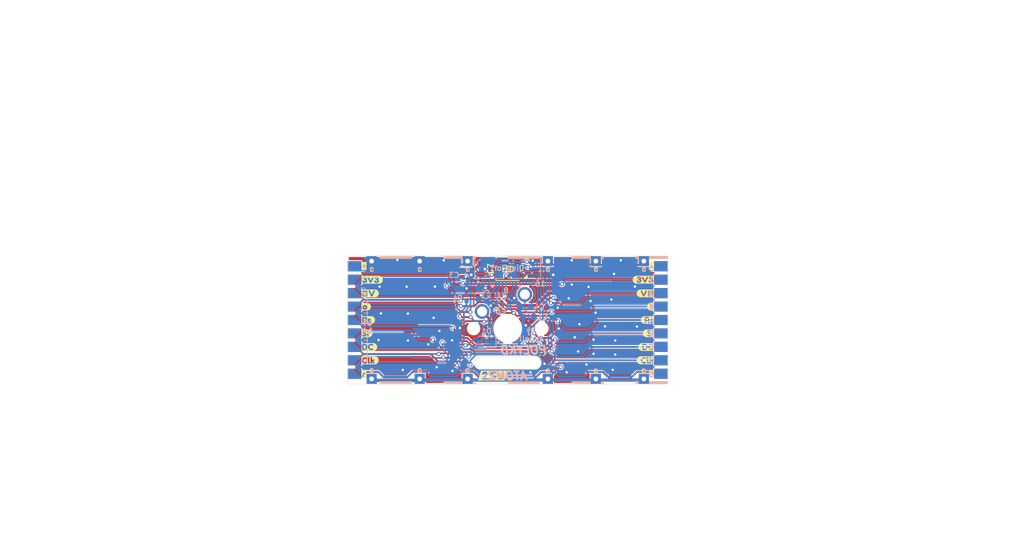
<source format=kicad_pcb>
(kicad_pcb (version 20211014) (generator pcbnew)
  (title_block (title "PolyKB Atom") (date "2022-02-01") (rev "2.1") (company "thpoll"))
  (layers (0 "F.Cu" signal) (31 "B.Cu" signal) (34 "B.Paste" user) (35 "F.Paste" user) (36 "B.SilkS" user "B.Silkscreen") (37 "F.SilkS" user "F.Silkscreen") (38 "B.Mask" user) (39 "F.Mask" user) (44 "Edge.Cuts" user))
  (net 0 "")
  (net 1 "/Keyboard/sheet605ED2EB/GND")
  (net 2 "/Keyboard/sheet605ED2EB/3V3")
  (net 3 "/Keyboard/sheet605ED2EB/4V2")
  (net 4 "Net-(C4-Pad1)")
  (net 5 "Net-(C5-Pad2)")
  (net 6 "Net-(C5-Pad1)")
  (net 7 "Net-(C6-Pad2)")
  (net 8 "Net-(C6-Pad1)")
  (net 9 "/Keyboard/sheet605ED2EB/CS")
  (net 10 "/Keyboard/sheet605ED2EB/RESET")
  (net 11 "/Keyboard/sheet605ED2EB/D-C")
  (net 12 "/Keyboard/sheet605ED2EB/SCLK")
  (net 13 "/Keyboard/sheet605ED2EB/SDIN")
  (net 14 "/Keyboard/sheet605ED2EB/LED_DIN")
  (net 15 "/Keyboard/sheet605ED2EB/5V")
  (net 16 "Net-(D1-Pad2)")
  (net 17 "/Keyboard/sheet605ED2EB/KeyRow")
  (net 18 "/Keyboard/sheet605ED2EB/KeyCol")
  (net 19 "CS8")
  (net 20 "CS7")
  (net 21 "CS6")
  (net 22 "CS5")
  (net 23 "CS4")
  (net 24 "CS3")
  (net 25 "CS2")
  (net 26 "CS1")
  (net 27 "Net-(C1-Pad1)")
  (footprint "poly_kb:AtomConnect2" (layer "F.Cu") (at 78.9305 63.6778 -90)
    (fp_text reference "J3" hide)
    (fp_text value "WestFront")
  )
  (footprint "poly_kb:AtomConnect2" (layer "F.Cu") (at 124.5235 63.6778 -90)
    (fp_text reference "J4" hide)
    (fp_text value "EastFront")
  )
  (footprint "poly_kb:WS2812B-Mini" (layer "F.Cu") (at 101.727 56.0578)
    (fp_text reference "LED1" hide)
    (fp_text value "WS2812B-Mini")
  )
  (footprint "poly_kb:SW_Cherry_MX_1.00u_PCB_NoSilk" (layer "F.Cu") (at 104.267 59.8678)
    (fp_text reference "SW1" hide)
    (fp_text value "SW_Push")
  )
  (footprint "poly_kb:TestPoin_1.5x1.5mm_Drill0.7mm" (layer "F.Cu") (at 107.696 54.9148)
    (fp_text reference "J2" hide)
    (fp_text value "North")
  )
  (footprint "poly_kb:TestPoin_1.5x1.5mm_Drill0.7mm" (layer "F.Cu") (at 95.758 54.9148)
    (fp_text reference "J8" hide)
    (fp_text value "North2")
  )
  (footprint "poly_kb:TestPoin_1.5x1.5mm_Drill0.7mm" (layer "F.Cu") (at 107.696 72.4408)
    (fp_text reference "J9" hide)
    (fp_text value "South2")
  )
  (footprint "poly_kb:TestPoin_1.5x1.5mm_Drill0.7mm" (layer "F.Cu") (at 95.758 72.4408)
    (fp_text reference "J7" hide)
    (fp_text value "South")
  )
  (footprint "kibuzzard-61EFD908" (layer "F.Cu") (at 80.3275 71.7042)
    (fp_text reference "kibuzzard-61EFD908" hide)
    (fp_text value "G***" hide)
  )
  (footprint "poly_kb:TestPoin_1.5x1.5mm_Drill0.7mm" (layer "F.Cu") (at 121.98375 54.9148)
    (fp_text reference "J2" hide)
    (fp_text value "North")
  )
  (footprint "kibuzzard-61EFBE87" (layer "F.Cu") (at 81.7499 59.7154)
    (fp_text reference "kibuzzard-61EFBE87" hide)
    (fp_text value "G***" hide)
  )
  (footprint "kibuzzard-61EFDAC6" (layer "F.Cu") (at 123.0757 61.6966)
    (fp_text reference "kibuzzard-61EFDAC6" hide)
    (fp_text value "G***" hide)
  )
  (footprint "kibuzzard-61EFBE2C" (layer "F.Cu") (at 81.1403 67.691)
    (fp_text reference "kibuzzard-61EFBE2C" hide)
    (fp_text value "G***" hide)
  )
  (footprint "poly_kb:TestPoin_1.5x1.5mm_Drill0.7mm" (layer "F.Cu") (at 114.83975 54.9148)
    (fp_text reference "J2" hide)
    (fp_text value "North")
  )
  (footprint "kibuzzard-61EFD947" (layer "F.Cu") (at 123.1265 55.6514)
    (fp_text reference "kibuzzard-61EFD947" hide)
    (fp_text value "G***" hide)
  )
  (footprint "poly_kb:TestPoin_1.5x1.5mm_Drill0.7mm" (layer "F.Cu") (at 121.98375 72.4408)
    (fp_text reference "J9" hide)
    (fp_text value "South2")
  )
  (footprint "kibuzzard-61EFA8F1" (layer "F.Cu") (at 122.2121 69.6722)
    (fp_text reference "kibuzzard-61EFA8F1" hide)
    (fp_text value "G***" hide)
  )
  (footprint "poly_kb:TestPoin_1.5x1.5mm_Drill0.7mm" (layer "F.Cu") (at 81.47025 72.4408)
    (fp_text reference "J7" hide)
    (fp_text value "South")
  )
  (footprint "kibuzzard-61EFDAA0" (layer "F.Cu") (at 80.6831 61.6966)
    (fp_text reference "kibuzzard-61EFDAA0" hide)
    (fp_text value "G***" hide)
  )
  (footprint "kibuzzard-6209649F" (layer "F.Cu") (at 99.502 71.9528)
    (fp_text reference "kibuzzard-6209649F" hide)
    (fp_text value "G***" hide)
  )
  (footprint "kibuzzard-61EFD7F9" (layer "F.Cu") (at 122.6693 65.659)
    (fp_text reference "kibuzzard-61EFD7F9" hide)
    (fp_text value "G***" hide)
  )
  (footprint "Capacitor_SMD:C_0603_1608Metric" (layer "F.Cu") (at 97.7265 56.0578 -90)
    (fp_text reference "C7")
    (fp_text value "100nF")
  )
  (footprint "kibuzzard-61EFD863" (layer "F.Cu") (at 121.9073 57.6834)
    (fp_text reference "kibuzzard-61EFD863" hide)
    (fp_text value "G***" hide)
  )
  (footprint "kibuzzard-61EFD879" (layer "F.Cu") (at 81.5565 57.6906)
    (fp_text reference "kibuzzard-61EFD879" hide)
    (fp_text value "G***" hide)
  )
  (footprint "kibuzzard-61EFD908" (layer "F.Cu") (at 123.1265 71.7042)
    (fp_text reference "kibuzzard-61EFD908" hide)
    (fp_text value "G***" hide)
  )
  (footprint "kibuzzard-61EFACF9" (layer "F.Cu") (at 121.7041 59.7154)
    (fp_text reference "kibuzzard-61EFACF9" hide)
    (fp_text value "G***" hide)
  )
  (footprint "kibuzzard-61EFDAEE" (layer "F.Cu") (at 80.966739 63.677507)
    (fp_text reference "kibuzzard-61EFDAEE" hide)
    (fp_text value "G***" hide)
  )
  (footprint "kibuzzard-61EFBE21" (layer "F.Cu") (at 80.7847 65.659)
    (fp_text reference "kibuzzard-61EFBE21" hide)
    (fp_text value "G***" hide)
  )
  (footprint "kibuzzard-61EFABBF" (layer "F.Cu") (at 122.3137 67.691)
    (fp_text reference "kibuzzard-61EFABBF" hide)
    (fp_text value "G***" hide)
  )
  (footprint "kibuzzard-61EFD947" (layer "F.Cu") (at 80.3275 55.6514)
    (fp_text reference "kibuzzard-61EFD947" hide)
    (fp_text value "G***" hide)
  )
  (footprint "poly_kb:TestPoin_1.5x1.5mm_Drill0.7mm" (layer "F.Cu") (at 88.61425 72.4408)
    (fp_text reference "J7" hide)
    (fp_text value "South")
  )
  (footprint "poly_kb:TestPoin_1.5x1.5mm_Drill0.7mm" (layer "F.Cu") (at 81.4705 54.9148)
    (fp_text reference "J11" hide)
    (fp_text value "North2")
  )
  (footprint "kibuzzard-61EFBE3D" (layer "F.Cu") (at 81.2419 69.6722)
    (fp_text reference "kibuzzard-61EFBE3D" hide)
    (fp_text value "G***" hide)
  )
  (footprint "kibuzzard-61EFAA6D" (layer "F.Cu") (at 122.5169 63.6778)
    (fp_text reference "kibuzzard-61EFAA6D" hide)
    (fp_text value "G***" hide)
  )
  (footprint "poly_kb:TestPoin_1.5x1.5mm_Drill0.7mm" (layer "F.Cu") (at 88.61425 54.9148)
    (fp_text reference "J10" hide)
    (fp_text value "North2")
  )
  (footprint "poly_kb:TestPoin_1.5x1.5mm_Drill0.7mm" (layer "F.Cu") (at 114.83975 72.4408)
    (fp_text reference "J9" hide)
    (fp_text value "South2")
  )
  (footprint "Capacitor_SMD:C_0603_1608Metric" (layer "B.Cu") (at 104.802 63.2528 180)
    (fp_text reference "C1")
    (fp_text value "2.2uF")
  )
  (footprint "Capacitor_SMD:C_0603_1608Metric" (layer "B.Cu") (at 97.409 59.8046 90)
    (fp_text reference "C2")
    (fp_text value "2.2uF")
  )
  (footprint "Capacitor_SMD:C_0402_1005Metric" (layer "B.Cu") (at 95.123 56.9468 90)
    (fp_text reference "C3" hide)
    (fp_text value "1uF")
  )
  (footprint "Capacitor_SMD:C_0603_1608Metric" (layer "B.Cu") (at 104.302 61.7528 180)
    (fp_text reference "C4")
    (fp_text value "4.7uF")
  )
  (footprint "Capacitor_SMD:C_0402_1005Metric" (layer "B.Cu") (at 99.4918 60.0176 90)
    (fp_text reference "C5")
    (fp_text value "1uF")
  )
  (footprint "Capacitor_SMD:C_0402_1005Metric" (layer "B.Cu") (at 100.457 61.3918)
    (fp_text reference "C6")
    (fp_text value "1uF")
  )
  (footprint "poly_kb:D_SOD-323Ext" (layer "B.Cu") (at 98.425 66.9528 180)
    (fp_text reference "D1")
    (fp_text value "D_Small")
  )
  (footprint "poly_kb:FPC_16_JUSHUO_AFC05_S16FIA_00" (layer "B.Cu") (at 101.727 57.9628)
    (fp_text reference "J1" hide)
    (fp_text value "Conn_01x16")
  )
  (footprint "poly_kb:AtomConnect2" (layer "B.Cu") (at 124.5235 63.6778 -90)
    (fp_text reference "J6" hide)
    (fp_text value "EastBack")
  )
  (footprint "poly_kb:AtomConnectCS" (layer "B.Cu") (at 78.9305 63.6778 -90)
    (fp_text reference "J5" hide)
    (fp_text value "WestBack")
  )
  (footprint "Resistor_SMD:R_0402_1005Metric" (layer "B.Cu") (at 95.602 60.3906 -90)
    (fp_text reference "R1")
    (fp_text value "1M")
  )
  (gr_poly (pts (xy 106.4895 73.2282) (xy 101.727 73.2282) (xy 101.727 72.7964) (xy 106.4895 72.7964)) (layer "B.SilkS") (width 0) (fill solid))
  (gr_poly (pts (xy 94.9706 54.5608) (xy 92.1766 54.5608) (xy 92.1766 54.1274) (xy 94.9706 54.1274)) (layer "B.SilkS") (width 0) (fill solid))
  (gr_poly (pts (xy 96.9645 54.5608) (xy 96.5454 54.5608) (xy 96.5454 54.1274) (xy 96.9645 54.1274)) (layer "B.SilkS") (width 0) (fill solid))
  (gr_poly (pts (xy 96.9645 73.2282) (xy 96.5454 73.2282) (xy 96.5454 72.8091) (xy 96.9645 72.8091)) (layer "B.SilkS") (width 0) (fill solid))
  (gr_poly (pts (xy 94.9706 73.2282) (xy 92.202 73.2282) (xy 92.202 72.788864) (xy 94.9706 72.788864)) (layer "B.SilkS") (width 0) (fill solid))
  (gr_line (start 123.1265 55.3466) (end 123.1265 55.7022) (layer "B.SilkS") (width 0.12))
  (gr_line (start 80.8355 63.4238) (end 80.8355 59.3598) (layer "B.SilkS") (width 0.12))
  (gr_line (start 103.502 58.4778) (end 103.502 58.9278) (layer "B.SilkS") (width 0.12))
  (gr_line (start 80.3275 66.7258) (end 80.8355 66.7258) (layer "B.SilkS") (width 0.12))
  (gr_line (start 103.327 58.7528) (end 103.677 58.7528) (layer "B.SilkS") (width 0.12))
  (gr_line (start 80.3275 55.3466) (end 80.3275 55.7022) (layer "B.SilkS") (width 0.12))
  (gr_line (start 80.8355 69.5198) (end 80.3275 70.0278) (layer "B.SilkS") (width 0.12))
  (gr_line (start 80.3275 55.7022) (end 80.0735 55.7022) (layer "B.SilkS") (width 0.12))
  (gr_line (start 99.302 58.7528) (end 99.652 58.7528) (layer "B.SilkS") (width 0.12))
  (gr_line (start 123.0757 56.007) (end 123.1773 56.007) (layer "B.SilkS") (width 0.12))
  (gr_line (start 80.3275 55.7022) (end 80.5815 55.7022) (layer "B.SilkS") (width 0.12))
  (gr_line (start 99.402 58.7028) (end 99.552 58.7028) (layer "B.SilkS") (width 0.12))
  (gr_line (start 103.427 58.7028) (end 103.577 58.7028) (layer "B.SilkS") (width 0.12))
  (gr_poly (pts (xy 120.7645 54.1448) (xy 121.1836 54.1448) (xy 121.1836 54.5782) (xy 120.7645 54.5782)) (layer "B.SilkS") (width 0) (fill solid))
  (gr_line (start 99.477 58.4778) (end 99.302 58.7528) (layer "B.SilkS") (width 0.12))
  (gr_line (start 103.677 58.7528) (end 103.502 58.4778) (layer "B.SilkS") (width 0.12))
  (gr_line (start 123.1265 55.7022) (end 123.3805 55.7022) (layer "B.SilkS") (width 0.12))
  (gr_line (start 123.1265 55.7022) (end 122.8725 55.7022) (layer "B.SilkS") (width 0.12))
  (gr_poly (pts (xy 116.0145 54.5608) (xy 115.5954 54.5608) (xy 115.5954 54.1274) (xy 116.0145 54.1274)) (layer "B.SilkS") (width 0) (fill solid))
  (gr_poly (pts (xy 106.4895 54.5608) (xy 101.727 54.5608) (xy 101.727 54.1274) (xy 106.4895 54.1274)) (layer "B.SilkS") (width 0) (fill solid))
  (gr_line (start 80.1751 55.8546) (end 80.4799 55.8546) (layer "B.SilkS") (width 0.12))
  (gr_poly (pts (xy 120.7645 72.7774) (xy 121.1836 72.7774) (xy 121.1836 73.1965) (xy 120.7645 73.1965)) (layer "B.SilkS") (width 0) (fill solid))
  (gr_line (start 80.3275 62.6618) (end 80.8355 62.6618) (layer "B.SilkS") (width 0.12))
  (gr_poly (pts (xy 87.4395 54.5608) (xy 82.677 54.5608) (xy 82.677 54.1274) (xy 87.4395 54.1274)) (layer "B.SilkS") (width 0) (fill solid))
  (gr_line (start 99.652 58.7528) (end 99.477 58.4778) (layer "B.SilkS") (width 0.12))
  (gr_line (start 80.8355 65.9638) (end 80.8355 69.5198) (layer "B.SilkS") (width 0.12))
  (gr_poly (pts (xy 87.4395 73.2282) (xy 82.677 73.2282) (xy 82.677 72.7964) (xy 87.4395 72.7964)) (layer "B.SilkS") (width 0) (fill solid))
  (gr_line (start 103.502 58.4778) (end 103.327 58.7528) (layer "B.SilkS") (width 0.12))
  (gr_line (start 101.477 58.6528) (end 101.477 58.4778) (layer "B.SilkS") (width 0.12))
  (gr_poly (pts (xy 114.0206 73.2282) (xy 111.252 73.2282) (xy 111.252 72.788864) (xy 114.0206 72.788864)) (layer "B.SilkS") (width 0) (fill solid))
  (gr_line (start 80.8355 59.3598) (end 80.3275 58.8518) (layer "B.SilkS") (width 0.12))
  (gr_poly (pts (xy 122.7584 54.1448) (xy 125.5524 54.1448) (xy 125.5524 54.5782) (xy 122.7584 54.5782)) (layer "B.SilkS") (width 0) (fill solid))
  (gr_poly (pts (xy 122.7584 72.7774) (xy 125.527 72.7774) (xy 125.527 73.216736) (xy 122.7584 73.216736)) (layer "B.SilkS") (width 0) (fill solid))
  (gr_poly (pts (xy 116.0145 73.2282) (xy 115.5954 73.2282) (xy 115.5954 72.8091) (xy 116.0145 72.8091)) (layer "B.SilkS") (width 0) (fill solid))
  (gr_line (start 122.9741 55.8546) (end 123.2789 55.8546) (layer "B.SilkS") (width 0.12))
  (gr_line (start 99.477 58.4778) (end 99.477 58.9278) (layer "B.SilkS") (width 0.12))
  (gr_line (start 80.2767 56.007) (end 80.3783 56.007) (layer "B.SilkS") (width 0.12))
  (gr_poly (pts (xy 114.0206 54.5608) (xy 111.2266 54.5608) (xy 111.2266 54.1274) (xy 114.0206 54.1274)) (layer "B.SilkS") (width 0) (fill solid))
  (gr_poly (pts (xy 106.4895 54.5608) (xy 101.727 54.5608) (xy 101.727 54.1274) (xy 106.4895 54.1274)) (layer "F.SilkS") (width 0) (fill solid))
  (gr_line (start 80.5053 59.2582) (end 80.5053 59.309) (layer "F.SilkS") (width 0.12))
  (gr_line (start 122.5169 59.2074) (end 122.5169 60.2234) (layer "F.SilkS") (width 0.135))
  (gr_line (start 123.4313 59.2074) (end 123.4313 60.2234) (layer "F.SilkS") (width 0.135))
  (gr_line (start 122.9995 59.309) (end 122.9487 59.309) (layer "F.SilkS") (width 0.12))
  (gr_line (start 122.9995 59.2582) (end 122.9995 59.309) (layer "F.SilkS") (width 0.12))
  (gr_line (start 80.7593 59.309) (end 80.7593 59.2074) (layer "F.SilkS") (width 0.12))
  (gr_poly (pts (xy 114.0206 73.2282) (xy 111.2266 73.2282) (xy 111.2266 72.8218) (xy 114.0206 72.8218)) (layer "F.SilkS") (width 0) (fill solid))
  (gr_line (start 122.6947 59.309) (end 122.6947 59.2074) (layer "F.SilkS") (width 0.12))
  (gr_line (start 80.0227 59.2074) (end 80.9879 59.2074) (layer "F.SilkS") (width 0.135))
  (gr_line (start 80.4545 59.309) (end 80.4545 59.2582) (layer "F.SilkS") (width 0.12))
  (gr_line (start 80.9117 59.309) (end 80.7593 59.309) (layer "F.SilkS") (width 0.12))
  (gr_poly (pts (xy 87.4395 54.5608) (xy 82.677 54.5608) (xy 82.677 54.1274) (xy 87.4395 54.1274)) (layer "F.SilkS") (width 0) (fill solid))
  (gr_poly (pts (xy 122.7584 54.1448) (xy 125.5524 54.1448) (xy 125.5524 54.5782) (xy 122.7584 54.5782)) (layer "F.SilkS") (width 0) (fill solid))
  (gr_poly (pts (xy 114.0206 54.5608) (xy 111.2266 54.5608) (xy 111.2266 54.1274) (xy 114.0206 54.1274)) (layer "F.SilkS") (width 0) (fill solid))
  (gr_line (start 80.9879 60.2234) (end 80.0227 60.2234) (layer "F.SilkS") (width 0.135))
  (gr_line (start 80.0735 59.309) (end 80.2005 59.309) (layer "F.SilkS") (width 0.12))
  (gr_line (start 122.7455 59.563) (end 123.2027 59.563) (layer "F.SilkS") (width 0.12))
  (gr_line (start 80.0227 59.2074) (end 80.0227 60.2234) (layer "F.SilkS") (width 0.135))
  (gr_line (start 123.4059 59.309) (end 123.2535 59.309) (layer "F.SilkS") (width 0.12))
  (gr_poly (pts (xy 96.9645 54.5608) (xy 96.5454 54.5608) (xy 96.5454 54.1274) (xy 96.9645 54.1274)) (layer "F.SilkS") (width 0) (fill solid))
  (gr_line (start 80.2513 59.563) (end 80.7085 59.563) (layer "F.SilkS") (width 0.12))
  (gr_line (start 80.2513 59.9694) (end 80.7085 59.9694) (layer "F.SilkS") (width 0.12))
  (gr_poly (pts (xy 94.9706 54.5608) (xy 92.1766 54.5608) (xy 92.1766 54.1274) (xy 94.9706 54.1274)) (layer "F.SilkS") (width 0) (fill solid))
  (gr_line (start 123.2027 59.7662) (end 122.7455 59.7662) (layer "F.SilkS") (width 0.12))
  (gr_poly (pts (xy 120.7645 54.1448) (xy 121.1836 54.1448) (xy 121.1836 54.5782) (xy 120.7645 54.5782)) (layer "F.SilkS") (width 0) (fill solid))
  (gr_line (start 123.2535 59.309) (end 123.2535 59.2074) (layer "F.SilkS") (width 0.12))
  (gr_line (start 80.5053 59.309) (end 80.4545 59.309) (layer "F.SilkS") (width 0.12))
  (gr_line (start 123.4313 60.2234) (end 122.4661 60.2234) (layer "F.SilkS") (width 0.135))
  (gr_line (start 122.5677 59.309) (end 122.6947 59.309) (layer "F.SilkS") (width 0.12))
  (gr_line (start 80.7085 59.7662) (end 80.2513 59.7662) (layer "F.SilkS") (width 0.12))
  (gr_poly (pts (xy 96.9645 73.2282) (xy 96.5454 73.2282) (xy 96.5454 72.8218) (xy 96.9645 72.8218)) (layer "F.SilkS") (width 0) (fill solid))
  (gr_line (start 80.2005 59.309) (end 80.2005 59.2074) (layer "F.SilkS") (width 0.12))
  (gr_poly (pts (xy 106.4895 73.2282) (xy 101.727 73.2282) (xy 101.727 72.8218) (xy 106.4895 72.8218)) (layer "F.SilkS") (width 0) (fill solid))
  (gr_line (start 122.7455 59.9694) (end 123.2027 59.9694) (layer "F.SilkS") (width 0.12))
  (gr_poly (pts (xy 116.0145 73.2282) (xy 115.5954 73.2282) (xy 115.5954 72.8218) (xy 116.0145 72.8218)) (layer "F.SilkS") (width 0) (fill solid))
  (gr_poly (pts (xy 120.7645 72.7774) (xy 121.1836 72.7774) (xy 121.1836 73.1838) (xy 120.7645 73.1838)) (layer "F.SilkS") (width 0) (fill solid))
  (gr_line (start 80.9371 59.2074) (end 80.9371 60.2234) (layer "F.SilkS") (width 0.135))
  (gr_poly (pts (xy 122.7584 72.7774) (xy 125.5524 72.7774) (xy 125.5524 73.1838) (xy 122.7584 73.1838)) (layer "F.SilkS") (width 0) (fill solid))
  (gr_poly (pts (xy 116.0145 54.5608) (xy 115.5954 54.5608) (xy 115.5954 54.1274) (xy 116.0145 54.1274)) (layer "F.SilkS") (width 0) (fill solid))
  (gr_line (start 122.9487 59.309) (end 122.9487 59.2582) (layer "F.SilkS") (width 0.12))
  (gr_line (start 122.4661 59.2074) (end 123.4313 59.2074) (layer "F.SilkS") (width 0.135))
  (gr_poly (pts (xy 87.4395 73.2282) (xy 82.677 73.2282) (xy 82.677 72.8218) (xy 87.4395 72.8218)) (layer "F.SilkS") (width 0) (fill solid))
  (gr_poly (pts (xy 94.9706 73.2282) (xy 92.1766 73.2282) (xy 92.1766 72.8218) (xy 94.9706 72.8218)) (layer "F.SilkS") (width 0) (fill solid))
  (gr_line (start 125.5395 54.1528) (end 77.9145 54.1528) (layer "Edge.Cuts") (width 0.05))
  (gr_line (start 77.9145 54.1528) (end 77.9145 73.2028) (layer "Edge.Cuts") (width 0.05))
  (gr_line (start 125.5395 54.1528) (end 125.5395 73.2028) (layer "Edge.Cuts") (width 0.05))
  (gr_line (start 125.5395 73.2028) (end 77.9145 73.2028) (layer "Edge.Cuts") (width 0.05))
  (gr_arc (start 105.718 69.1388) (mid 106.607 70.0278) (end 105.718 70.9168) (layer "Edge.Cuts") (width 0.05))
  (gr_line (start 105.718 69.1388) (end 97.736 69.1388) (layer "Edge.Cuts") (width 0.05))
  (gr_arc (start 97.736 70.9168) (mid 96.847 70.0278) (end 97.736 69.1388) (layer "Edge.Cuts") (width 0.05))
  (gr_line (start 105.718 70.9168) (end 97.736 70.9168) (layer "Edge.Cuts") (width 0.05))
  (gr_text "ATOM2" (at 101.7778 71.9963) (layer "B.SilkS") (effects (font (size 1.2 1.2) (thickness 0.3) italic) (justify mirror)))
  (gr_text "1" (at 123.1265 57.7088) (layer "B.SilkS") (effects (font (size 0.8 0.8) (thickness 0.153)) (justify mirror)))
  (gr_text "c" (at 95.7834 71.12) (layer "B.SilkS") (effects (font (size 0.8 0.8) (thickness 0.153)) (justify mirror)))
  (gr_text "c" (at 107.7214 71.1454) (layer "B.SilkS") (effects (font (size 0.8 0.8) (thickness 0.153)) (justify mirror)))
  (gr_text "c" (at 95.7834 56.0578) (layer "B.SilkS") (effects (font (size 0.8 0.8) (thickness 0.153)) (justify mirror)))
  (gr_text ".1" (at 98.5012 72.2503) (layer "B.SilkS") (effects (font (size 0.8 0.8) (thickness 0.153)) (justify mirror)))
  (gr_text "4" (at 123.1265 63.741299) (layer "B.SilkS") (effects (font (size 0.8 0.8) (thickness 0.153)) (justify mirror)))
  (gr_text "POLYKB" (at 104.14 68.1482) (layer "B.SilkS") (effects (font (size 1.2 1.2) (thickness 0.3) italic) (justify mirror)))
  (gr_text "c" (at 122.00915 71.1454) (layer "B.SilkS") (effects (font (size 0.8 0.8) (thickness 0.153)) (justify mirror)))
  (gr_text "c" (at 81.49565 56.0578) (layer "B.SilkS") (effects (font (size 0.8 0.8) (thickness 0.153)) (justify mirror)))
  (gr_text "c" (at 88.63965 56.0578) (layer "B.SilkS") (effects (font (size 0.8 0.8) (thickness 0.153)) (justify mirror)))
  (gr_text "." (at 100.302 66.5028) (layer "B.SilkS") (effects (font (size 1.2 1.2) (thickness 0.25)) (justify mirror)))
  (gr_text "2" (at 123.1265 59.719633) (layer "B.SilkS") (effects (font (size 0.8 0.8) (thickness 0.153)) (justify mirror)))
  (gr_text "c" (at 114.86515 56.0578) (layer "B.SilkS") (effects (font (size 0.8 0.8) (thickness 0.153)) (justify mirror)))
  (gr_text "5" (at 123.1265 65.752132) (layer "B.SilkS") (effects (font (size 0.8 0.8) (thickness 0.153)) (justify mirror)))
  (gr_text "6" (at 123.1265 67.762965) (layer "B.SilkS") (effects (font (size 0.8 0.8) (thickness 0.153)) (justify mirror)))
  (gr_text "by\nthpoll" (at 105.156 65.8368) (layer "B.SilkS") (effects (font (size 0.8 0.8)) (justify mirror)))
  (gr_text "8" (at 101.477 59.3278) (layer "B.SilkS") (effects (font (size 0.8 0.8) (thickness 0.153)) (justify mirror)))
  (gr_text "16" (at 106.527 58.2778) (layer "B.SilkS") (effects (font (size 0.8 0.8) (thickness 0.153)) (justify mirror)))
  (gr_text "C3" (at 93.752 57.0028) (layer "B.SilkS") (effects (font (size 0.8 0.8)) (justify mirror)))
  (gr_text "c" (at 107.7214 56.0578) (layer "B.SilkS") (effects (font (size 0.8 0.8) (thickness 0.153)) (justify mirror)))
  (gr_text "c" (at 88.63965 71.12) (layer "B.SilkS") (effects (font (size 0.8 0.8) (thickness 0.153)) (justify mirror)))
  (gr_text "DispPort" (at 101.6762 55.9562) (layer "B.SilkS") (effects (font (size 0.8 0.8) (thickness 0.153)) (justify mirror)))
  (gr_text "c" (at 122.00915 56.0578) (layer "B.SilkS") (effects (font (size 0.8 0.8) (thickness 0.153)) (justify mirror)))
  (gr_text "3" (at 123.1265 61.730466) (layer "B.SilkS") (effects (font (size 0.8 0.8) (thickness 0.153)) (justify mirror)))
  (gr_text "c" (at 81.49565 71.12) (layer "B.SilkS") (effects (font (size 0.8 0.8) (thickness 0.153)) (justify mirror)))
  (gr_text "CS" (at 80.8355 64.6938 270) (layer "B.SilkS") (effects (font (size 1 1.2) (thickness 0.25)) (justify mirror)))
  (gr_text "." (at 97.352 57.5278) (layer "B.SilkS") (effects (font (size 1.2 1.2) (thickness 0.25)) (justify mirror)))
  (gr_text "c" (at 114.86515 71.1454) (layer "B.SilkS") (effects (font (size 0.8 0.8) (thickness 0.153)) (justify mirror)))
  (gr_text "8" (at 123.1265 71.755) (layer "B.SilkS") (effects (font (size 0.8 0.8) (thickness 0.153)) (justify mirror)))
  (gr_text "7" (at 123.1265 69.7738) (layer "B.SilkS") (effects (font (size 0.8 0.8) (thickness 0.153)) (justify mirror)))
  (gr_text "c" (at 95.7326 71.0946) (layer "F.SilkS") (effects (font (size 0.8 0.8) (thickness 0.153))))
  (gr_text "c" (at 107.7214 56.0578) (layer "F.SilkS") (effects (font (size 0.8 0.8) (thickness 0.153))))
  (gr_text "c" (at 107.6706 71.1454) (layer "F.SilkS") (effects (font (size 0.8 0.8) (thickness 0.153))))
  (gr_text "c" (at 88.63965 56.0578) (layer "F.SilkS") (effects (font (size 0.8 0.8) (thickness 0.153))))
  (gr_text "E" (at 101.727 56.134) (layer "F.SilkS") (effects (font (size 0.8 0.8))))
  (gr_text "c" (at 122.00915 56.0578) (layer "F.SilkS") (effects (font (size 0.8 0.8) (thickness 0.153))))
  (gr_text "c" (at 88.58885 71.0946) (layer "F.SilkS") (effects (font (size 0.8 0.8) (thickness 0.153))))
  (gr_text "D" (at 102.3112 56.134) (layer "F.SilkS") (effects (font (size 0.8 0.8))))
  (gr_text "L" (at 101.1428 56.134) (layer "F.SilkS") (effects (font (size 0.8 0.8))))
  (gr_text "c" (at 114.86515 56.0578) (layer "F.SilkS") (effects (font (size 0.8 0.8) (thickness 0.153))))
  (gr_text "c" (at 121.95835 71.1454) (layer "F.SilkS") (effects (font (size 0.8 0.8) (thickness 0.153))))
  (gr_text "c" (at 95.7834 56.0578) (layer "F.SilkS") (effects (font (size 0.8 0.8) (thickness 0.153))))
  (gr_text "c" (at 114.81435 71.1454) (layer "F.SilkS") (effects (font (size 0.8 0.8) (thickness 0.153))))
  (gr_text "c" (at 81.44485 71.0946) (layer "F.SilkS") (effects (font (size 0.8 0.8) (thickness 0.153))))
  (gr_text "c" (at 81.49565 56.0578) (layer "F.SilkS") (effects (font (size 0.8 0.8) (thickness 0.153))))
  (segment (start 98.407521 56.0578) (end 98.34306 56.122261) (width 0.5) (layer "F.Cu") (net 1))
  (segment (start 101.092 56.0578) (end 98.407521 56.0578) (width 0.5) (layer "F.Cu") (net 1))
  (segment (start 95.662917 58.91646) (end 95.585745 58.993632) (width 0.2921) (layer "F.Cu") (net 1))
  (segment (start 101.490858 56.0578) (end 102.581996 57.148938) (width 0.5) (layer "F.Cu") (net 1))
  (segment (start 98.405358 58.91646) (end 95.662917 58.91646) (width 0.2921) (layer "F.Cu") (net 1))
  (segment (start 102.581996 57.148938) (end 108.305862 57.148938) (width 0.5) (layer "F.Cu") (net 1))
  (segment (start 101.092 56.0578) (end 101.490858 56.0578) (width 0.5) (layer "F.Cu") (net 1))
  (segment (start 98.405358 58.91646) (end 101.21566 58.91646) (width 0.2921) (layer "F.Cu") (net 1))
  (segment (start 101.21566 58.91646) (end 102.702 60.4028) (width 0.2921) (layer "F.Cu") (net 1))
  (segment (start 97.640496 56.824825) (end 98.34306 56.122261) (width 0.5) (layer "F.Cu") (net 1))
  (segment (start 96.503206 56.824825) (end 97.640496 56.824825) (width 0.5) (layer "F.Cu") (net 1))
  (segment (start 108.305862 57.148938) (end 108.502 56.9528) (width 0.5) (layer "F.Cu") (net 1))
  (via (at 109.302 64.9528) (size 0.6096) (drill 0.3556) (layers "F.Cu" "B.Cu") (net 1))
  (via (at 110.802 60.4528) (size 0.6096) (drill 0.3556) (layers "F.Cu" "B.Cu") (net 1))
  (via (at 99.202 61.521322) (size 0.6096) (drill 0.3556) (layers "F.Cu" "B.Cu") (net 1))
  (via (at 82.852 62.7028) (size 0.6096) (drill 0.3556) (layers "F.Cu" "B.Cu") (net 1))
  (via (at 117.1575 60.6298) (size 0.6096) (drill 0.3556) (layers "F.Cu" "B.Cu") (net 1))
  (via (at 86.868 66.7258) (size 0.6096) (drill 0.3556) (layers "F.Cu" "B.Cu") (net 1))
  (via (at 86.106 71.1073) (size 0.6096) (drill 0.3556) (layers "F.Cu" "B.Cu") (net 1))
  (via (at 82.652 58.7028) (size 0.6096) (drill 0.3556) (layers "F.Cu" "B.Cu") (net 1))
  (via (at 110.502 71.4528) (size 0.6096) (drill 0.3556) (layers "F.Cu" "B.Cu") (net 1))
  (via (at 92.202 54.8028) (size 0.6096) (drill 0.3556) (layers "F.Cu" "B.Cu") (net 1))
  (via (at 117.729 68.8213) (size 0.6096) (drill 0.3556) (layers "F.Cu" "B.Cu") (net 1))
  (via (at 117.5385 56.8198) (size 0.6096) (drill 0.3556) (layers "F.Cu" "B.Cu") (net 1))
  (via (at 116.205 64.6303) (size 0.6096) (drill 0.3556) (layers "F.Cu" "B.Cu") (net 1))
  (via (at 104.394 64.4652) (size 0.6096) (drill 0.3556) (layers "F.Cu" "B.Cu") (net 1))
  (via (at 94.602 64.8641) (size 0.6096) (drill 0.3556) (layers "F.Cu" "B.Cu") (net 1))
  (via (at 93.452 66.7028) (size 0.6096) (drill 0.3556) (layers "F.Cu" "B.Cu") (net 1))
  (via (at 113.752 58.7528) (size 0.6096) (drill 0.3556) (layers "F.Cu" "B.Cu") (net 1))
  (via (at 93.502 71.2528) (size 0.6096) (drill 0.3556) (layers "F.Cu" "B.Cu") (net 1))
  (via (at 113.452 70.3028) (size 0.6096) (drill 0.3556) (layers "F.Cu" "B.Cu") (net 1))
  (via (at 82.502 66.6528) (size 0.6096) (drill 0.3556) (layers "F.Cu" "B.Cu") (net 1))
  (via (at 101.092 56.0578) (size 0.6096) (drill 0.3556) (layers "F.Cu" "B.Cu") (net 1))
  (via (at 111.252 54.8028) (size 0.6096) (drill 0.3556) (layers "F.Cu" "B.Cu") (net 1))
  (via (at 117.348 71.0941) (size 0.6096) (drill 0.3556) (layers "F.Cu" "B.Cu") (net 1))
  (via (at 120.652 58.7028) (size 0.6096) (drill 0.3556) (layers "F.Cu" "B.Cu") (net 1))
  (via (at 90.902 58.7028) (size 0.6096) (drill 0.3556) (layers "F.Cu" "B.Cu") (net 1))
  (via (at 98.405358 58.91646) (size 0.6096) (drill 0.3556) (layers "F.Cu" "B.Cu") (net 1))
  (via (at 108.502 56.9528) (size 0.8) (drill 0.4) (layers "F.Cu" "B.Cu") (net 1))
  (via (at 91.152 70.7028) (size 0.6096) (drill 0.3556) (layers "F.Cu" "B.Cu") (net 1))
  (via (at 114.052 60.8528) (size 0.6096) (drill 0.3556) (layers "F.Cu" "B.Cu") (net 1))
  (via (at 105.452 54.8528) (size 0.6096) (drill 0.3556) (layers "F.Cu" "B.Cu") (net 1))
  (via (at 86.868 62.7253) (size 0.6096) (drill 0.3556) (layers "F.Cu" "B.Cu") (net 1))
  (via (at 107.202 70.2028) (size 0.6096) (drill 0.3556) (layers "F.Cu" "B.Cu") (net 1))
  (via (at 111.702 66.2528) (size 0.6096) (drill 0.3556) (layers "F.Cu" "B.Cu") (net 1))
  (via (at 111.252 58.4028) (size 0.6096) (drill 0.3556) (layers "F.Cu" "B.Cu") (net 1))
  (via (at 102.702 60.4028) (size 0.6096) (drill 0.3556) (layers "F.Cu" "B.Cu") (net 1))
  (via (at 114.502 68.7028) (size 0.6096) (drill 0.3556) (layers "F.Cu" "B.Cu") (net 1))
  (via (at 91.552 65.3028) (size 0.6096) (drill 0.3556) (layers "F.Cu" "B.Cu") (net 1))
  (via (at 98.34306 56.122261) (size 0.6096) (drill 0.3556) (layers "F.Cu" "B.Cu") (net 1))
  (via (at 89.902 67.3028) (size 0.6096) (drill 0.3556) (layers "F.Cu" "B.Cu") (net 1))
  (via (at 114.502 66.6028) (size 0.6096) (drill 0.3556) (layers "F.Cu" "B.Cu") (net 1))
  (via (at 85.302 54.7528) (size 0.6096) (drill 0.3556) (layers "F.Cu" "B.Cu") (net 1))
  (via (at 86.6775 58.7248) (size 0.6096) (drill 0.3556) (layers "F.Cu" "B.Cu") (net 1))
  (via (at 118.552 54.8028) (size 0.6096) (drill 0.3556) (layers "F.Cu" "B.Cu") (net 1))
  (via (at 114.802 62.6028) (size 0.6096) (drill 0.3556) (layers "F.Cu" "B.Cu") (net 1))
  (via (at 112.202 68.3528) (size 0.6096) (drill 0.3556) (layers "F.Cu" "B.Cu") (net 1))
  (via (at 109.152 61.8528) (size 0.6096) (drill 0.3556) (layers "F.Cu" "B.Cu") (net 1))
  (via (at 95.607733 58.9711) (size 0.6096) (drill 0.3556) (layers "F.Cu" "B.Cu") (net 1))
  (via (at 96.302 56.9547) (size 0.8) (drill 0.4) (layers "F.Cu" "B.Cu") (net 1))
  (via (at 112.402 64.3028) (size 0.6096) (drill 0.3556) (layers "F.Cu" "B.Cu") (net 1))
  (via (at 99.314 66.0908) (size 0.6096) (drill 0.3556) (layers "F.Cu" "B.Cu") (net 1))
  (via (at 120.952 64.6528) (size 0.6096) (drill 0.3556) (layers "F.Cu" "B.Cu") (net 1))
  (via (at 90.702 63.3528) (size 0.6096) (drill 0.3556) (layers "F.Cu" "B.Cu") (net 1))
  (via (at 117.729 66.7258) (size 0.6096) (drill 0.3556) (layers "F.Cu" "B.Cu") (net 1))
  (via (at 105.102 71.4528) (size 0.6096) (drill 0.3556) (layers "F.Cu" "B.Cu") (net 1))
  (segment (start 102.702 60.7528) (end 102.702 60.4028) (width 0.5) (layer "B.Cu") (net 1))
  (segment (start 95.702 58.1028) (end 96.252 57.5528) (width 0.2921) (layer "B.Cu") (net 1))
  (segment (start 103.527 61.6458) (end 103.527 61.5778) (width 0.5) (layer "B.Cu") (net 1))
  (segment (start 98.452 60.7838) (end 99.187 61.5188) (width 0.2921) (layer "B.Cu") (net 1))
  (segment (start 96.252 57.5528) (end 96.252 57.0047) (width 0.2921) (layer "B.Cu") (net 1))
  (segment (start 79.1845 55.6778) (end 79.6915 56.1848) (width 0.5) (layer "B.Cu") (net 1))
  (segment (start 103.527 61.5778) (end 102.702 60.7528) (width 0.5) (layer "B.Cu") (net 1))
  (segment (start 103.5242 62.681) (end 103.5242 61.6458) (width 0.5) (layer "B.Cu") (net 1))
  (segment (start 98.977 58.4778) (end 98.53834 58.91646) (width 0.2921) (layer "B.Cu") (net 1))
  (segment (start 117.148589 56.066711) (end 124.134589 56.066711) (width 0.5) (layer "B.Cu") (net 1))
  (segment (start 97.409 58.8388) (end 97.61881 58.8388) (width 0.2921) (layer "B.Cu") (net 1))
  (segment (start 95.585745 58.993632) (end 95.702 58.877377) (width 0.2921) (layer "B.Cu") (net 1))
  (segment (start 97.977 57.9628) (end 97.977 58.48061) (width 0.2921) (layer "B.Cu") (net 1))
  (segment (start 98.452 58.963102) (end 98.452 60.7838) (width 0.2921) (layer "B.Cu") (net 1))
  (segment (start 108.502 56.9528) (end 116.2625 56.9528) (width 0.5) (layer "B.Cu") (net 1))
  (segment (start 95.23199 56.1848) (end 79.4375 56.1848) (width 0.5) (layer "B.Cu") (net 1))
  (segment (start 95.23199 56.1848) (end 95.23199 56.35781) (width 0.5) (layer "B.Cu") (net 1))
  (segment (start 96.302 56.623619) (end 96.302 56.9547) (width 0.5) (layer "B.Cu") (net 1))
  (segment (start 95.23199 56.1848) (end 95.863181 56.1848) (width 0.5) (layer "B.Cu") (net 1))
  (segment (start 97.977 58.48061) (end 98.405358 58.908968) (width 0.2921) (layer "B.Cu") (net 1))
  (segment (start 95.23199 56.35781) (end 95.123 56.4668) (width 0.5) (layer "B.Cu") (net 1))
  (segment (start 98.405358 58.91646) (end 98.452 58.963102) (width 0.2921) (layer "B.Cu") (net 1))
  (segment (start 96.252 57.0047) (end 96.302 56.9547) (width 0.2921) (layer "B.Cu") (net 1))
  (segment (start 98.53834 58.91646) (end 98.405358 58.91646) (width 0.2921) (layer "B.Cu") (net 1))
  (segment (start 116.2625 56.9528) (end 117.148589 56.066711) (width 0.5) (layer "B.Cu") (net 1))
  (segment (start 104.013 63.1698) (end 103.5242 62.681) (width 0.5) (layer "B.Cu") (net 1))
  (segment (start 79.4375 56.1848) (end 78.9305 55.6778) (width 0.5) (layer "B.Cu") (net 1))
  (segment (start 98.405358 58.908968) (end 98.405358 58.91646) (width 0.2921) (layer "B.Cu") (net 1))
  (segment (start 97.61881 58.8388) (end 97.977 58.48061) (width 0.2921) (layer "B.Cu") (net 1))
  (segment (start 124.134589 56.066711) (end 124.5235 55.6778) (width 0.5) (layer "B.Cu") (net 1))
  (segment (start 98.977 57.9628) (end 98.977 58.4778) (width 0.2921) (layer "B.Cu") (net 1))
  (segment (start 95.702 58.877377) (end 95.702 58.1028) (width 0.2921) (layer "B.Cu") (net 1))
  (segment (start 95.863181 56.1848) (end 96.302 56.623619) (width 0.5) (layer "B.Cu") (net 1))
  (segment (start 101.473 57.0738) (end 101.473 57.5818) (width 0.5) (layer "F.Cu") (net 2))
  (segment (start 93.952 57.7028) (end 92.652 57.7028) (width 0.25) (layer "F.Cu") (net 2))
  (segment (start 95.490562 57.277322) (end 96.014089 57.800849) (width 0.5) (layer "F.Cu") (net 2))
  (segment (start 101.618511 57.727311) (end 101.327489 57.727311) (width 0.5) (layer "F.Cu") (net 2))
  (segment (start 109.354524 57.800849) (end 109.509274 57.646099) (width 0.5) (layer "F.Cu") (net 2))
  (segment (start 101.473 57.5818) (end 101.327489 57.727311) (width 0.5) (layer "F.Cu") (net 2))
  (segment (start 92.652 57.7028) (end 92.652 58.5528) (width 0.25) (layer "F.Cu") (net 2))
  (segment (start 117.37975 57.6778) (end 124.5235 57.6778) (width 0.5) (layer "F.Cu") (net 2))
  (segment (start 124.5235 57.6778) (end 124.491799 57.646099) (width 0.5) (layer "F.Cu") (net 2))
  (segment (start 101.473 57.5818) (end 101.618511 57.727311) (width 0.5) (layer "F.Cu") (net 2))
  (segment (start 95.490562 57.229488) (end 95.490562 57.277322) (width 0.5) (layer "F.Cu") (net 2))
  (segment (start 117.348049 57.646099) (end 117.37975 57.6778) (width 0.5) (layer "F.Cu") (net 2))
  (segment (start 95.490562 57.229488) (end 94.675312 57.229488) (width 0.5) (layer "F.Cu") (net 2))
  (segment (start 109.509274 57.646099) (end 117.348049 57.646099) (width 0.5) (layer "F.Cu") (net 2))
  (segment (start 96.014089 57.800849) (end 109.354524 57.800849) (width 0.5) (layer "F.Cu") (net 2))
  (segment (start 94.675312 57.229488) (end 94.227 57.6778) (width 0.5) (layer "F.Cu") (net 2))
  (segment (start 101.327489 57.727311) (end 101.277489 57.777311) (width 0.5) (layer "F.Cu") (net 2))
  (segment (start 94.227 57.6778) (end 78.9305 57.6778) (width 0.5) (layer "F.Cu") (net 2))
  (via (at 92.652 58.5528) (size 0.6096) (drill 0.3556) (layers "F.Cu" "B.Cu") (net 2))
  (via (at 101.473 57.0738) (size 0.6096) (drill 0.3556) (layers "F.Cu" "B.Cu") (net 2))
  (via (at 95.490562 57.229488) (size 0.6096) (drill 0.3556) (layers "F.Cu" "B.Cu") (net 2))
  (segment (start 95.601043 59.879643) (end 93.978843 59.879643) (width 0.25) (layer "B.Cu") (net 2))
  (segment (start 95.602 59.8806) (end 95.601043 59.879643) (width 0.25) (layer "B.Cu") (net 2))
  (segment (start 101.977 57.9628) (end 101.977 57.2778) (width 0.3) (layer "B.Cu") (net 2))
  (segment (start 95.123 57.4268) (end 95.29325 57.4268) (width 0.3) (layer "B.Cu") (net 2))
  (segment (start 95.29325 57.4268) (end 95.490562 57.229488) (width 0.3) (layer "B.Cu") (net 2))
  (segment (start 93.978843 59.879643) (end 92.652 58.5528) (width 0.25) (layer "B.Cu") (net 2))
  (segment (start 101.773 57.0738) (end 101.473 57.0738) (width 0.3) (layer "B.Cu") (net 2))
  (segment (start 101.977 57.2778) (end 101.773 57.0738) (width 0.3) (layer "B.Cu") (net 2))
  (segment (start 100.895388 60.0028) (end 79.2555 60.0028) (width 0.5) (layer "F.Cu") (net 3))
  (segment (start 79.2555 60.0028) (end 78.9305 59.6778) (width 0.5) (layer "F.Cu") (net 3))
  (segment (start 103.258701 61.109501) (end 103.702 61.5528) (width 0.5) (layer "F.Cu") (net 3))
  (segment (start 105.9919 61.5528) (end 107.8669 59.6778) (width 0.5) (layer "F.Cu") (net 3))
  (segment (start 103.702 61.5528) (end 105.9919 61.5528) (width 0.5) (layer "F.Cu") (net 3))
  (segment (start 101.128688 60.2361) (end 102.002089 61.109501) (width 0.5) (layer "F.Cu") (net 3))
  (segment (start 102.002089 61.109501) (end 103.258701 61.109501) (width 0.5) (layer "F.Cu") (net 3))
  (segment (start 107.8669 59.6778) (end 124.5235 59.6778) (width 0.5) (layer "F.Cu") (net 3))
  (segment (start 101.128688 60.2361) (end 100.895388 60.0028) (width 0.5) (layer "F.Cu") (net 3))
  (via (at 101.128688 60.2361) (size 0.6096) (drill 0.3556) (layers "F.Cu" "B.Cu") (net 3))
  (via (at 97.752 60.0028) (size 0.6096) (drill 0.3556) (layers "F.Cu" "B.Cu") (net 3))
  (segment (start 101.477 57.9628) (end 101.477 59.571705) (width 0.3) (layer "B.Cu") (net 3))
  (segment (start 101.128688 59.920017) (end 101.128688 60.2361) (width 0.3) (layer "B.Cu") (net 3))
  (segment (start 97.409 60.3888) (end 97.752 60.0458) (width 0.3) (layer "B.Cu") (net 3))
  (segment (start 97.752 60.0458) (end 97.752 60.0028) (width 0.3) (layer "B.Cu") (net 3))
  (segment (start 101.477 59.571705) (end 101.128688 59.920017) (width 0.3) (layer "B.Cu") (net 3))
  (segment (start 104.977 58.3486) (end 104.977 57.9628) (width 0.254) (layer "B.Cu") (net 4))
  (segment (start 105.794 60.598892) (end 105.794 59.1656) (width 0.254) (layer "B.Cu") (net 4))
  (segment (start 105.794 59.1656) (end 104.977 58.3486) (width 0.254) (layer "B.Cu") (net 4))
  (segment (start 105.296 61.096892) (end 105.794 60.598892) (width 0.254) (layer "B.Cu") (net 4))
  (segment (start 105.296 61.6458) (end 105.296 61.096892) (width 0.254) (layer "B.Cu") (net 4))
  (segment (start 99.4918 59.35762) (end 99.4918 59.5376) (width 0.254) (layer "B.Cu") (net 5))
  (segment (start 99.977 58.87242) (end 99.4918 59.35762) (width 0.254) (layer "B.Cu") (net 5))
  (segment (start 99.977 57.9628) (end 99.977 58.87242) (width 0.254) (layer "B.Cu") (net 5))
  (segment (start 99.477 58.64911) (end 98.90228 59.22383) (width 0.254) (layer "B.Cu") (net 6))
  (segment (start 98.90228 59.90808) (end 99.4918 60.4976) (width 0.254) (layer "B.Cu") (net 6))
  (segment (start 98.90228 59.22383) (end 98.90228 59.90808) (width 0.254) (layer "B.Cu") (net 6))
  (segment (start 99.477 57.9628) (end 99.477 58.64911) (width 0.254) (layer "B.Cu") (net 6))
  (segment (start 100.544987 60.999787) (end 100.937 61.3918) (width 0.254) (layer "B.Cu") (net 7))
  (segment (start 100.977 57.9628) (end 100.977 59.3826) (width 0.254) (layer "B.Cu") (net 7))
  (segment (start 100.977 59.3826) (end 100.544987 59.814613) (width 0.254) (layer "B.Cu") (net 7))
  (segment (start 100.544987 59.814613) (end 100.544987 60.999787) (width 0.254) (layer "B.Cu") (net 7))
  (segment (start 100.437099 59.070541) (end 100.12752 59.38012) (width 0.254) (layer "B.Cu") (net 8))
  (segment (start 100.477 57.9628) (end 100.437099 58.002701) (width 0.254) (layer "B.Cu") (net 8))
  (segment (start 100.12752 61.24128) (end 99.977 61.3918) (width 0.254) (layer "B.Cu") (net 8))
  (segment (start 100.12752 59.38012) (end 100.12752 61.24128) (width 0.254) (layer "B.Cu") (net 8))
  (segment (start 100.437099 58.002701) (end 100.437099 59.070541) (width 0.254) (layer "B.Cu") (net 8))
  (segment (start 96.202 63.2528) (end 94.7183 63.2528) (width 0.254) (layer "F.Cu") (net 9))
  (segment (start 95.335467 67.335789) (end 92.334989 67.335789) (width 0.254) (layer "F.Cu") (net 9))
  (segment (start 94.7183 63.2528) (end 94.6183 63.1528) (width 0.254) (layer "F.Cu") (net 9))
  (segment (start 95.439446 67.439768) (end 95.335467 67.335789) (width 0.254) (layer "F.Cu") (net 9))
  (segment (start 92.334989 67.335789) (end 92.002 67.0028) (width 0.254) (layer "F.Cu") (net 9))
  (via (at 96.202 63.2528) (size 0.6096) (drill 0.3556) (layers "F.Cu" "B.Cu") (net 9))
  (via (at 92.002 67.0028) (size 0.6096) (drill 0.3556) (layers "F.Cu" "B.Cu") (net 9))
  (via (at 94.6183 63.1528) (size 0.6096) (drill 0.3556) (layers "F.Cu" "B.Cu") (net 9))
  (via (at 95.439446 67.439768) (size 0.6096) (drill 0.3556) (layers "F.Cu" "B.Cu") (net 9))
  (segment (start 94.48378 60.282511) (end 80.650461 60.282511) (width 0.25) (layer "B.Cu") (net 9))
  (segment (start 98.052 64.6028) (end 98.502 64.6028) (width 0.254) (layer "B.Cu") (net 9))
  (segment (start 79.6805 58.1778) (end 79.6805 59.3938) (width 0.25) (layer "B.Cu") (net 9))
  (segment (start 95.602 60.9006) (end 95.602 61.354713) (width 0.254) (layer "B.Cu") (net 9))
  (segment (start 79.6805 67.31255) (end 79.6805 66.1778) (width 0.254) (layer "B.Cu") (net 9))
  (segment (start 94.88416 62.3691) (end 95.340179 61.913081) (width 0.254) (layer "B.Cu") (net 9))
  (segment (start 96.852 66.3528) (end 95.765032 67.439768) (width 0.254) (layer "B.Cu") (net 9))
  (segment (start 80.1555 61.7028) (end 79.6805 62.1778) (width 0.254) (layer "B.Cu") (net 9))
  (segment (start 102.477 59.178277) (end 102.477 57.9628) (width 0.254) (layer "B.Cu") (net 9))
  (segment (start 101.402 62.3028) (end 101.712388 61.992412) (width 0.254) (layer "B.Cu") (net 9))
  (segment (start 92.852 69.4028) (end 92.352 69.9028) (width 0.254) (layer "B.Cu") (net 9))
  (segment (start 80.37075 68.0028) (end 79.6805 67.31255) (width 0.254) (layer "B.Cu") (net 9))
  (segment (start 94.966637 60.281554) (end 94.484737 60.281554) (width 0.25) (layer "B.Cu") (net 9))
  (segment (start 92.002 68.0028) (end 92.002 67.0028) (width 0.254) (layer "B.Cu") (net 9))
  (segment (start 100.802 62.3028) (end 101.402 62.3028) (width 0.254) (layer "B.Cu") (net 9))
  (segment (start 92.002 68.0028) (end 80.37075 68.0028) (width 0.254) (layer "B.Cu") (net 9))
  (segment (start 94.967594 60.282511) (end 94.966637 60.281554) (width 0.25) (layer "B.Cu") (net 9))
  (segment (start 79.9555 69.9028) (end 79.6805 70.1778) (width 0.254) (layer "B.Cu") (net 9))
  (segment (start 92.002 68.0028) (end 92.852 68.8528) (width 0.254) (layer "B.Cu") (net 9))
  (segment (start 97.290479 63.841279) (end 98.052 64.6028) (width 0.254) (layer "B.Cu") (net 9))
  (segment (start 80.650461 60.282511) (end 79.6805 59.31255) (width 0.25) (layer "B.Cu") (net 9))
  (segment (start 98.502 64.6028) (end 100.802 62.3028) (width 0.254) (layer "B.Cu") (net 9))
  (segment (start 94.484737 60.281554) (end 94.48378 60.282511) (width 0.25) (layer "B.Cu") (net 9))
  (segment (start 95.602 61.354713) (end 95.340179 61.616532) (width 0.254) (layer "B.Cu") (net 9))
  (segment (start 94.6183 62.3691) (end 94.88416 62.3691) (width 0.254) (layer "B.Cu") (net 9))
  (segment (start 95.602 60.9006) (end 94.983911 60.282511) (width 0.25) (layer "B.Cu") (net 9))
  (segment (start 96.790479 63.841279) (end 97.290479 63.841279) (width 0.254) (layer "B.Cu") (net 9))
  (segment (start 97.202 66.3528) (end 96.852 66.3528) (width 0.254) (layer "B.Cu") (net 9))
  (segment (start 95.765032 67.439768) (end 95.439446 67.439768) (width 0.254) (layer "B.Cu") (net 9))
  (segment (start 98.052 64.6028) (end 98.052 65.5028) (width 0.254) (layer "B.Cu") (net 9))
  (segment (start 92.852 68.8528) (end 92.852 69.4028) (width 0.254) (layer "B.Cu") (net 9))
  (segment (start 101.712388 61.992412) (end 101.712388 59.942889) (width 0.254) (layer "B.Cu") (net 9))
  (segment (start 79.6805 58.1778) (end 79.6805 58.57505) (width 0.25) (layer "B.Cu") (net 9))
  (segment (start 79.6805 59.31255) (end 79.6805 58.1778) (width 0.25) (layer "B.Cu") (net 9))
  (segment (start 101.712388 59.942889) (end 102.477 59.178277) (width 0.254) (layer "B.Cu") (net 9))
  (segment (start 93.952 61.7028) (end 80.1555 61.7028) (width 0.254) (layer "B.Cu") (net 9))
  (segment (start 94.6183 62.3691) (end 93.952 61.7028) (width 0.254) (layer "B.Cu") (net 9))
  (segment (start 98.052 65.5028) (end 97.202 66.3528) (width 0.254) (layer "B.Cu") (net 9))
  (segment (start 79.6805 66.1778) (end 79.6805 67.17505) (width 0.254) (layer "B.Cu") (net 9))
  (segment (start 94.6183 63.1528) (end 94.6183 62.3691) (width 0.254) (layer "B.Cu") (net 9))
  (segment (start 94.983911 60.282511) (end 94.967594 60.282511) (width 0.25) (layer "B.Cu") (net 9))
  (segment (start 96.202 63.2528) (end 96.790479 63.841279) (width 0.254) (layer "B.Cu") (net 9))
  (segment (start 92.352 69.9028) (end 79.9555 69.9028) (width 0.254) (layer "B.Cu") (net 9))
  (segment (start 95.340179 61.616532) (end 95.340179 61.913081) (width 0.254) (layer "B.Cu") (net 9))
  (segment (start 79.6805 66.1778) (end 79.6805 67.3938) (width 0.254) (layer "B.Cu") (net 9))
  (segment (start 95.513521 63.841279) (end 95.202 64.1528) (width 0.254) (layer "F.Cu") (net 10))
  (segment (start 88.552 64.1528) (end 88.077 63.6778) (width 0.254) (layer "F.Cu") (net 10))
  (segment (start 95.202 64.1528) (end 88.552 64.1528) (width 0.254) (layer "F.Cu") (net 10))
  (segment (start 98.117716 63.841279) (end 95.513521 63.841279) (width 0.254) (layer "F.Cu") (net 10))
  (segment (start 102.628242 62.628023) (end 103.06453 63.064311) (width 0.254) (layer "F.Cu") (net 10))
  (segment (start 109.363511 63.064311) (end 109.977 63.6778) (width 0.254) (layer "F.Cu") (net 10))
  (segment (start 100.474023 62.628023) (end 102.628242 62.628023) (width 0.254) (layer "F.Cu") (net 10))
  (segment (start 100.0506 62.2046) (end 100.474023 62.628023) (width 0.254) (layer "F.Cu") (net 10))
  (segment (start 98.21668 63.940243) (end 98.117716 63.841279) (width 0.254) (layer "F.Cu") (net 10))
  (segment (start 88.077 63.6778) (end 78.9305 63.6778) (width 0.254) (layer "F.Cu") (net 10))
  (segment (start 103.06453 63.064311) (end 109.363511 63.064311) (width 0.254) (layer "F.Cu") (net 10))
  (segment (start 109.977 63.6778) (end 124.5235 63.6778) (width 0.254) (layer "F.Cu") (net 10))
  (via (at 98.21668 63.940243) (size 0.6096) (drill 0.3556) (layers "F.Cu" "B.Cu") (net 10))
  (via (at 102.628242 62.628023) (size 0.6096) (drill 0.3556) (layers "F.Cu" "B.Cu") (net 10))
  (via (at 100.0506 62.2046) (size 0.6096) (drill 0.3556) (layers "F.Cu" "B.Cu") (net 10))
  (segment (start 98.558437 63.940243) (end 98.21668 63.940243) (width 0.254) (layer "B.Cu") (net 10))
  (segment (start 102.118299 62.11808) (end 102.628242 62.628023) (width 0.254) (layer "B.Cu") (net 10))
  (segment (start 100.0506 62.44808) (end 98.558437 63.940243) (width 0.254) (layer "B.Cu") (net 10))
  (segment (start 102.118299 60.111022) (end 102.118299 62.11808) (width 0.254) (layer "B.Cu") (net 10))
  (segment (start 102.977 57.9628) (end 102.977 59.252321) (width 0.254) (layer "B.Cu") (net 10))
  (segment (start 100.0506 62.2046) (end 100.0506 62.44808) (width 0.254) (layer "B.Cu") (net 10))
  (segment (start 102.977 59.252321) (end 102.118299 60.111022) (width 0.254) (layer "B.Cu") (net 10))
  (segment (start 96.11948 68.442412) (end 95.042088 68.442411) (width 0.254) (layer "F.Cu") (net 11))
  (segment (start 94.747289 68.147612) (end 79.400312 68.147612) (width 0.254) (layer "F.Cu") (net 11))
  (segment (start 96.338663 68.661597) (end 96.11948 68.442412) (width 0.254) (layer "F.Cu") (net 11))
  (segment (start 79.400312 68.147612) (end 78.9305 67.6778) (width 0.254) (layer "F.Cu") (net 11))
  (segment (start 107.033982 68.7324) (end 96.459468 68.7324) (width 0.254) (layer "F.Cu") (net 11))
  (segment (start 108.610535 67.6778) (end 124.5235 67.6778) (width 0.254) (layer "F.Cu") (net 11))
  (segment (start 108.565087 67.632347) (end 108.134035 67.632347) (width 0.254) (layer "F.Cu") (net 11))
  (segment (start 108.565086 67.632351) (end 108.610535 67.6778) (width 0.254) (layer "F.Cu") (net 11))
  (segment (start 79.400311 68.147611) (end 78.9305 67.6778) (width 0.254) (layer "F.Cu") (net 11))
  (segment (start 108.134035 67.632347) (end 107.033982 68.7324) (width 0.254) (layer "F.Cu") (net 11))
  (segment (start 108.61054 67.6778) (end 108.565087 67.632347) (width 0.254) (layer "F.Cu") (net 11))
  (segment (start 95.042088 68.442411) (end 94.747289 68.147612) (width 0.254) (layer "F.Cu") (net 11))
  (segment (start 96.388666 68.661598) (end 96.338663 68.661597) (width 0.254) (layer "F.Cu") (net 11))
  (segment (start 96.459468 68.7324) (end 96.388666 68.661598) (width 0.254) (layer "F.Cu") (net 11))
  (via (at 108.565086 67.632351) (size 0.6096) (drill 0.3556) (layers "F.Cu" "B.Cu") (net 11))
  (segment (start 108.245644 67.312904) (end 108.565087 67.632347) (width 0.254) (layer "B.Cu") (net 11))
  (segment (start 103.477 56.8478) (end 103.886 56.4388) (width 0.254) (layer "B.Cu") (net 11))
  (segment (start 107.512044 61.310528) (end 107.384044 61.438528) (width 0.254) (layer "B.Cu") (net 11))
  (segment (start 108.213588 66.728595) (end 108.245644 66.760651) (width 0.254) (layer "B.Cu") (net 11))
  (segment (start 107.384044 57.603518) (end 107.512044 57.731518) (width 0.254) (layer "B.Cu") (net 11))
  (segment (start 103.477 57.9628) (end 103.477 56.8478) (width 0.254) (layer "B.Cu") (net 11))
  (segment (start 103.886 56.4388) (end 106.220738 56.4388) (width 0.254) (layer "B.Cu") (net 11))
  (segment (start 107.384044 61.438528) (end 107.384044 63.198224) (width 0.254) (layer "B.Cu") (net 11))
  (segment (start 106.220738 56.4388) (end 107.384044 57.602107) (width 0.254) (layer "B.Cu") (net 11))
  (segment (start 108.213588 66.153432) (end 108.213588 66.728595) (width 0.254) (layer "B.Cu") (net 11))
  (segment (start 107.512044 57.731518) (end 107.512044 61.310528) (width 0.254) (layer "B.Cu") (net 11))
  (segment (start 108.473511 64.287691) (end 108.473511 65.893509) (width 0.254) (layer "B.Cu") (net 11))
  (segment (start 107.384044 63.198224) (end 108.473511 64.287691) (width 0.254) (layer "B.Cu") (net 11))
  (segment (start 108.473511 65.893509) (end 108.213588 66.153432) (width 0.254) (layer "B.Cu") (net 11))
  (segment (start 107.384044 57.602107) (end 107.384044 57.603518) (width 0.254) (layer "B.Cu") (net 11))
  (segment (start 108.245644 66.760651) (end 108.245644 67.312904) (width 0.254) (layer "B.Cu") (net 11))
  (segment (start 108.727 69.6778) (end 108.727 68.78903) (width 0.254) (layer "F.Cu") (net 12))
  (segment (start 108.741612 69.663188) (end 122.127638 69.663188) (width 0.254) (layer "F.Cu") (net 12))
  (segment (start 90.252 68.7528) (end 80.22075 68.7528) (width 0.254) (layer "F.Cu") (net 12))
  (segment (start 79.29575 69.6778) (end 78.9305 69.6778) (width 0.254) (layer "F.Cu") (net 12))
  (segment (start 97.909443 72.085199) (end 96.716344 70.8921) (width 0.254) (layer "F.Cu") (net 12))
  (segment (start 106.498956 71.005978) (end 105.419735 72.085199) (width 0.254) (layer "F.Cu") (net 12))
  (segment (start 124.508888 69.663188) (end 124.5235 69.6778) (width 0.254) (layer "F.Cu") (net 12))
  (segment (start 108.727 69.6778) (end 107.398822 71.005978) (width 0.254) (layer "F.Cu") (net 12))
  (segment (start 122.14225 69.6778) (end 124.5235 69.6778) (width 0.254) (layer "F.Cu") (net 12))
  (segment (start 105.419735 72.085199) (end 97.909443 72.085199) (width 0.254) (layer "F.Cu") (net 12))
  (segment (start 122.127638 69.663188) (end 122.14225 69.6778) (width 0.254) (layer "F.Cu") (net 12))
  (segment (start 108.727 69.6778) (end 108.741612 69.663188) (width 0.254) (layer "F.Cu") (net 12))
  (segment (start 108.302 68.364033) (end 108.277757 68.33979) (width 0.254) (layer "F.Cu") (net 12))
  (segment (start 95.5913 70.8921) (end 94.540699 69.841499) (width 0.254) (layer "F.Cu") (net 12))
  (segment (start 107.398822 71.005978) (end 106.498956 71.005978) (width 0.254) (layer "F.Cu") (net 12))
  (segment (start 108.727 68.78903) (end 108.277762 68.339792) (width 0.254) (layer "F.Cu") (net 12))
  (segment (start 80.22075 68.7528) (end 79.29575 69.6778) (width 0.254) (layer "F.Cu") (net 12))
  (segment (start 91.340699 69.841499) (end 90.252 68.7528) (width 0.254) (layer "F.Cu") (net 12))
  (segment (start 94.540699 69.841499) (end 91.340699 69.841499) (width 0.254) (layer "F.Cu") (net 12))
  (segment (start 96.716344 70.8921) (end 95.5913 70.8921) (width 0.254) (layer "F.Cu") (net 12))
  (via (at 108.277762 68.339792) (size 0.6096) (drill 0.3556) (layers "F.Cu" "B.Cu") (net 12))
  (segment (start 106.954033 57.780223) (end 106.954033 57.780927) (width 0.254) (layer "B.Cu") (net 12))
  (segment (start 108.044 64.4656) (end 108.044 65.7156) (width 0.254) (layer "B.Cu") (net 12))
  (segment (start 108.044 65.7156) (end 107.784067 65.975533) (width 0.254) (layer "B.Cu") (net 12))
  (segment (start 107.816133 66.93856) (end 107.816133 67.709719) (width 0.254) (layer "B.Cu") (net 12))
  (segment (start 107.784067 65.975533) (end 107.784067 66.906494) (width 0.254) (layer "B.Cu") (net 12))
  (segment (start 106.954033 63.375633) (end 108.044 64.4656) (width 0.254) (layer "B.Cu") (net 12))
  (segment (start 106.042624 56.868811) (end 106.954033 57.780223) (width 0.254) (layer "B.Cu") (net 12))
  (segment (start 106.954033 57.780927) (end 107.082533 57.909427) (width 0.254) (layer "B.Cu") (net 12))
  (segment (start 107.082533 57.909427) (end 107.082533 61.132619) (width 0.254) (layer "B.Cu") (net 12))
  (segment (start 104.344989 56.868811) (end 106.042624 56.868811) (width 0.254) (layer "B.Cu") (net 12))
  (segment (start 106.954033 61.261119) (end 106.954033 63.375633) (width 0.254) (layer "B.Cu") (net 12))
  (segment (start 107.816133 67.709719) (end 108.277757 68.171343) (width 0.254) (layer "B.Cu") (net 12))
  (segment (start 108.277757 68.171343) (end 108.277757 68.33979) (width 0.254) (layer "B.Cu") (net 12))
  (segment (start 107.082533 61.132619) (end 106.954033 61.261119) (width 0.254) (layer "B.Cu") (net 12))
  (segment (start 107.784067 66.906494) (end 107.816133 66.93856) (width 0.254) (layer "B.Cu") (net 12))
  (segment (start 103.977 57.2368) (end 104.344989 56.868811) (width 0.254) (layer "B.Cu") (net 12))
  (segment (start 103.977 57.9628) (end 103.977 57.2368) (width 0.254) (layer "B.Cu") (net 12))
  (segment (start 106.579146 67.873378) (end 98.050758 67.873378) (width 0.254) (layer "F.Cu") (net 13))
  (segment (start 124.4985 65.6528) (end 124.5235 65.6778) (width 0.254) (layer "F.Cu") (net 13))
  (segment (start 107.170429 66.352629) (end 107.170429 67.282095) (width 0.254) (layer "F.Cu") (net 13))
  (segment (start 121.802 65.6528) (end 121.827 65.6778) (width 0.254) (layer "F.Cu") (net 13))
  (segment (start 96.674934 67.849778) (end 95.633866 66.80871) (width 0.254) (layer "F.Cu") (net 13))
  (segment (start 108.022278 66.352629) (end 108.722107 65.6528) (width 0.254) (layer "F.Cu") (net 13))
  (segment (start 98.050758 67.873378) (end 98.027158 67.849778) (width 0.254) (layer "F.Cu") (net 13))
  (segment (start 108.722107 65.6528) (end 121.802 65.6528) (width 0.254) (layer "F.Cu") (net 13))
  (segment (start 106.362651 66.352629) (end 105.6641 65.654078) (width 0.254) (layer "F.Cu") (net 13))
  (segment (start 93.877956 65.9028) (end 86.29925 65.9028) (width 0.254) (layer "F.Cu") (net 13))
  (segment (start 94.783866 66.80871) (end 93.877956 65.9028) (width 0.254) (layer "F.Cu") (net 13))
  (segment (start 107.170429 66.352629) (end 108.022278 66.352629) (width 0.254) (layer "F.Cu") (net 13))
  (segment (start 95.633866 66.80871) (end 94.783866 66.80871) (width 0.254) (layer "F.Cu") (net 13))
  (segment (start 78.9305 65.6778) (end 79.1555 65.9028) (width 0.254) (layer "F.Cu") (net 13))
  (segment (start 121.827 65.6778) (end 124.5235 65.6778) (width 0.254) (layer "F.Cu") (net 13))
  (segment (start 86.07425 65.6778) (end 78.9305 65.6778) (width 0.254) (layer "F.Cu") (net 13))
  (segment (start 98.027158 67.849778) (end 96.674934 67.849778) (width 0.254) (layer "F.Cu") (net 13))
  (segment (start 121.802 65.6528) (end 122.11725 65.6528) (width 0.254) (layer "F.Cu") (net 13))
  (segment (start 86.29925 65.9028) (end 86.07425 65.6778) (width 0.254) (layer "F.Cu") (net 13))
  (segment (start 107.170429 66.352629) (end 106.362651 66.352629) (width 0.254) (layer "F.Cu") (net 13))
  (segment (start 107.170429 67.282095) (end 106.579146 67.873378) (width 0.254) (layer "F.Cu") (net 13))
  (via (at 105.664102 65.654072) (size 0.6096) (drill 0.3556) (layers "F.Cu" "B.Cu") (net 13))
  (segment (start 106.653022 58.087336) (end 106.653022 60.95471) (width 0.254) (layer "B.Cu") (net 13))
  (segment (start 106.524022 61.08371) (end 106.524022 63.567277) (width 0.254) (layer "B.Cu") (net 13))
  (segment (start 106.653022 60.95471) (end 106.524022 61.08371) (width 0.254) (layer "B.Cu") (net 13))
  (segment (start 106.524022 63.567277) (end 105.6641 64.427199) (width 0.254) (layer "B.Cu") (net 13))
  (segment (start 104.477 57.483798) (end 104.661976 57.298822) (width 0.254) (layer "B.Cu") (net 13))
  (segment (start 105.864508 57.298822) (end 106.653022 58.087336) (width 0.254) (layer "B.Cu") (net 13))
  (segment (start 104.477 57.9628) (end 104.477 57.483798) (width 0.254) (layer "B.Cu") (net 13))
  (segment (start 104.661976 57.298822) (end 105.864508 57.298822) (width 0.254) (layer "B.Cu") (net 13))
  (segment (start 105.6641 64.427199) (end 105.6641 65.654078) (width 0.254) (layer "B.Cu") (net 13))
  (segment (start 99.352 56.9528) (end 100.257 56.9528) (width 0.254) (layer "F.Cu") (net 14))
  (segment (start 109.982 61.6778) (end 124.5235 61.6778) (width 0.254) (layer "F.Cu") (net 14))
  (segment (start 94.799304 62.492438) (end 94.172778 61.865912) (width 0.254) (layer "F.Cu") (net 14))
  (segment (start 108.152 61.1528) (end 109.457 61.1528) (width 0.254) (layer "F.Cu") (net 14))
  (segment (start 96.160345 62.492438) (end 94.799304 62.492438) (width 0.254) (layer "F.Cu") (net 14))
  (segment (start 94.172778 61.865912) (end 94.172778 61.073578) (width 0.254) (layer "F.Cu") (net 14))
  (segment (start 80.1845 60.6738) (end 79.1805 61.6778) (width 0.254) (layer "F.Cu") (net 14))
  (segment (start 93.773 60.6738) (end 80.1845 60.6738) (width 0.254) (layer "F.Cu") (net 14))
  (segment (start 104.387994 55.566978) (end 104.611342 55.790326) (width 0.254) (layer "F.Cu") (net 14))
  (segment (start 109.457 61.1528) (end 109.982 61.6778) (width 0.254) (layer "F.Cu") (net 14))
  (segment (start 104.611342 55.790326) (end 104.73857 55.790326) (width 0.254) (layer "F.Cu") (net 14))
  (segment (start 79.1805 61.6778) (end 78.9305 61.6778) (width 0.254) (layer "F.Cu") (net 14))
  (segment (start 100.257 56.9528) (end 100.262 56.9478) (width 0.254) (layer "F.Cu") (net 14))
  (segment (start 94.172778 61.073578) (end 93.773 60.6738) (width 0.254) (layer "F.Cu") (net 14))
  (segment (start 103.491178 55.566978) (end 104.387994 55.566978) (width 0.254) (layer "F.Cu") (net 14))
  (segment (start 103.092 55.1678) (end 103.491178 55.566978) (width 0.254) (layer "F.Cu") (net 14))
  (via (at 99.352 56.9528) (size 0.6096) (drill 0.3556) (layers "F.Cu" "B.Cu") (net 14))
  (via (at 104.73857 55.790326) (size 0.6096) (drill 0.3556) (layers "F.Cu" "B.Cu") (net 14))
  (via (at 108.152 61.1528) (size 0.6096) (drill 0.3556) (layers "F.Cu" "B.Cu") (net 14))
  (via (at 96.160345 62.492438) (size 0.6096) (drill 0.3556) (layers "F.Cu" "B.Cu") (net 14))
  (segment (start 96.160345 61.944455) (end 96.160345 62.492438) (width 0.254) (layer "B.Cu") (net 14))
  (segment (start 107.941555 57.551491) (end 106.398853 56.008789) (width 0.254) (layer "B.Cu") (net 14))
  (segment (start 106.398853 56.008789) (end 104.957033 56.008789) (width 0.254) (layer "B.Cu") (net 14))
  (segment (start 96.65448 58.404821) (end 96.65448 61.45032) (width 0.254) (layer "B.Cu") (net 14))
  (segment (start 97.772189 57.287111) (end 96.65448 58.404821) (width 0.254) (layer "B.Cu") (net 14))
  (segment (start 104.957033 56.008789) (end 104.73857 55.790326) (width 0.254) (layer "B.Cu") (net 14))
  (segment (start 99.017689 57.287111) (end 97.772189 57.287111) (width 0.254) (layer "B.Cu") (net 14))
  (segment (start 107.941555 60.942355) (end 107.941555 57.551491) (width 0.254) (layer "B.Cu") (net 14))
  (segment (start 108.152 61.1528) (end 107.941555 60.942355) (width 0.254) (layer "B.Cu") (net 14))
  (segment (start 96.65448 61.45032) (end 96.160345 61.944455) (width 0.254) (layer "B.Cu") (net 14))
  (segment (start 99.352 56.9528) (end 99.017689 57.287111) (width 0.254) (layer "B.Cu") (net 14))
  (segment (start 97.787 55.1678) (end 101.5228 55.1678) (width 0.5) (layer "F.Cu") (net 15))
  (segment (start 79.4055 56.1528) (end 96.802 56.1528) (width 0.5) (layer "F.Cu") (net 15))
  (segment (start 123.8895 56.0578) (end 124.2695 55.6778) (width 0.5) (layer "F.Cu") (net 15))
  (segment (start 124.134589 56.066711) (end 124.5235 55.6778) (width 0.5) (layer "F.Cu") (net 15))
  (segment (start 105.461612 56.066711) (end 124.134589 56.066711) (width 0.5) (layer "F.Cu") (net 15))
  (segment (start 105.031296 56.497027) (end 105.461612 56.066711) (width 0.5) (layer "F.Cu") (net 15))
  (segment (start 78.9305 55.6778) (end 79.4055 56.1528) (width 0.5) (layer "F.Cu") (net 15))
  (segment (start 104.044706 56.095889) (end 104.445844 56.497027) (width 0.5) (layer "F.Cu") (net 15))
  (segment (start 101.5228 55.1678) (end 102.450889 56.095889) (width 0.5) (layer "F.Cu") (net 15))
  (segment (start 104.445844 56.497027) (end 105.031296 56.497027) (width 0.5) (layer "F.Cu") (net 15))
  (segment (start 79.1845 55.6778) (end 79.551501 56.044801) (width 0.5) (layer "F.Cu") (net 15))
  (segment (start 102.450889 56.095889) (end 104.044706 56.095889) (width 0.5) (layer "F.Cu") (net 15))
  (segment (start 96.802 56.1528) (end 97.787 55.1678) (width 0.5) (layer "F.Cu") (net 15))
  (segment (start 99.016999 63.507799) (end 99.016999 65.422601) (width 0.4) (layer "F.Cu") (net 16))
  (segment (start 97.917 62.4078) (end 99.016999 63.507799) (width 0.4) (layer "F.Cu") (net 16))
  (segment (start 99.016999 65.422601) (end 98.3996 66.04) (width 0.4) (layer "F.Cu") (net 16))
  (via (at 98.3996 66.04) (size 0.6096) (drill 0.3556) (layers "F.Cu" "B.Cu") (net 16))
  (segment (start 98.3996 66.1162) (end 98.3996 66.04) (width 0.4) (layer "B.Cu") (net 16))
  (segment (start 97.536 66.9798) (end 98.3996 66.1162) (width 0.4) (layer "B.Cu") (net 16))
  (segment (start 97.325 66.9798) (end 97.536 66.9798) (width 0.25) (layer "B.Cu") (net 16))
  (segment (start 109.360222 70.069099) (end 110.318299 70.069099) (width 0.254) (layer "F.Cu") (net 17))
  (segment (start 83.252 72.2028) (end 82.461089 71.411889) (width 0.254) (layer "F.Cu") (net 17))
  (segment (start 111.635511 71.386311) (end 115.91925 71.386311) (width 0.254) (layer "F.Cu") (net 17))
  (segment (start 78.9305 71.6778) (end 79.3055 71.3028) (width 0.254) (layer "F.Cu") (net 17))
  (segment (start 106.724589 71.411889) (end 108.017432 71.411889) (width 0.254) (layer "F.Cu") (net 17))
  (segment (start 79.196411 71.411889) (end 78.9305 71.6778) (width 0.254) (layer "F.Cu") (net 17))
  (segment (start 110.318299 70.069099) (end 111.635511 71.386311) (width 0.254) (layer "F.Cu") (net 17))
  (segment (start 124.257589 71.411889) (end 124.5235 71.6778) (width 0.254) (layer "F.Cu") (net 17))
  (segment (start 94.202 70.425199) (end 93.079601 70.425199) (width 0.254) (layer "F.Cu") (net 17))
  (segment (start 86.752 72.2028) (end 83.252 72.2028) (width 0.254) (layer "F.Cu") (net 17))
  (segment (start 119.963928 72.4028) (end 120.954839 71.411889) (width 0.254) (layer "F.Cu") (net 17))
  (segment (start 94.202 70.425199) (end 95.092599 71.315798) (width 0.254) (layer "F.Cu") (net 17))
  (segment (start 115.91925 71.386311) (end 116.935739 72.4028) (width 0.254) (layer "F.Cu") (net 17))
  (segment (start 108.017432 71.411889) (end 109.360222 70.069099) (width 0.254) (layer "F.Cu") (net 17))
  (segment (start 87.652 71.3028) (end 86.752 72.2028) (width 0.254) (layer "F.Cu") (net 17))
  (segment (start 124.5235 71.6778) (end 124.232011 71.386311) (width 0.254) (layer "F.Cu") (net 17))
  (segment (start 105.645367 72.491111) (end 106.724589 71.411889) (width 0.254) (layer "F.Cu") (net 17))
  (segment (start 82.461089 71.411889) (end 79.196411 71.411889) (width 0.254) (layer "F.Cu") (net 17))
  (segment (start 120.954839 71.411889) (end 124.257589 71.411889) (width 0.254) (layer "F.Cu") (net 17))
  (segment (start 116.935739 72.4028) (end 119.963928 72.4028) (width 0.254) (layer "F.Cu") (net 17))
  (segment (start 96.531843 71.315798) (end 97.707156 72.491111) (width 0.254) (layer "F.Cu") (net 17))
  (segment (start 95.092599 71.315798) (end 96.531843 71.315798) (width 0.254) (layer "F.Cu") (net 17))
  (segment (start 93.079601 70.425199) (end 92.202 71.3028) (width 0.254) (layer "F.Cu") (net 17))
  (segment (start 97.707156 72.491111) (end 105.645367 72.491111) (width 0.254) (layer "F.Cu") (net 17))
  (segment (start 92.202 71.3028) (end 87.652 71.3028) (width 0.254) (layer "F.Cu") (net 17))
  (via (at 94.202 70.425199) (size 0.6096) (drill 0.3556) (layers "F.Cu" "B.Cu") (net 17))
  (segment (start 96.752 67.9528) (end 96.894726 67.9528) (width 0.254) (layer "B.Cu") (net 17))
  (segment (start 96.111911 68.492412) (end 95.711431 68.492412) (width 0.254) (layer "B.Cu") (net 17))
  (segment (start 95.711431 68.492412) (end 94.202 70.001843) (width 0.254) (layer "B.Cu") (net 17))
  (segment (start 104.851802 67.470904) (end 104.852993 67.469713) (width 0.254) (layer "B.Cu") (net 17))
  (segment (start 98.657622 67.797178) (end 104.56913 67.797178) (width 0.254) (layer "B.Cu") (net 17))
  (segment (start 104.852993 67.45035) (end 104.85404 67.449303) (width 0.254) (layer "B.Cu") (net 17))
  (segment (start 104.802 63.931549) (end 104.802 62.74605) (width 0.254) (layer "B.Cu") (net 17))
  (segment (start 96.752 67.9528) (end 98.502 67.9528) (width 0.254) (layer "B.Cu") (net 17))
  (segment (start 105.0798 66.4718) (end 105.0798 64.209349) (width 0.254) (layer "B.Cu") (net 17))
  (segment (start 104.56913 67.797178) (end 104.851802 67.514506) (width 0.254) (layer "B.Cu") (net 17))
  (segment (start 105.0798 64.209349) (end 104.802 63.931549) (width 0.254) (layer "B.Cu") (net 17))
  (segment (start 104.85404 67.449303) (end 104.85404 66.69756) (width 0.254) (layer "B.Cu") (net 17))
  (segment (start 104.851802 67.514506) (end 104.851802 67.470904) (width 0.254) (layer "B.Cu") (net 17))
  (segment (start 104.802 62.74605) (end 104.267 62.21105) (width 0.254) (layer "B.Cu") (net 17))
  (segment (start 98.502 67.9528) (end 98.657622 67.797178) (width 0.254) (layer "B.Cu") (net 17))
  (segment (start 104.852993 67.469713) (end 104.852993 67.45035) (width 0.254) (layer "B.Cu") (net 17))
  (segment (start 104.85404 66.69756) (end 105.0798 66.4718) (width 0.254) (layer "B.Cu") (net 17))
  (segment (start 94.202 70.001843) (end 94.202 70.425199) (width 0.254) (layer "B.Cu") (net 17))
  (segment (start 104.267 62.21105) (end 104.267 59.8678) (width 0.254) (layer "B.Cu") (net 17))
  (segment (start 96.651523 67.9528) (end 96.111911 68.492412) (width 0.254) (layer "B.Cu") (net 17))
  (segment (start 96.752 67.9528) (end 96.651523 67.9528) (width 0.254) (layer "B.Cu") (net 17))
  (segment (start 107.696 54.9148) (end 108.184 55.4028) (width 0.254) (layer "F.Cu") (net 18))
  (segment (start 121.412049 55.486501) (end 121.98375 54.9148) (width 0.254) (layer "F.Cu") (net 18))
  (segment (start 95.758 54.9148) (end 95.27 55.4028) (width 0.254) (layer "F.Cu") (net 18))
  (segment (start 88.61425 54.9148) (end 88.12625 55.4028) (width 0.254) (layer "F.Cu") (net 18))
  (segment (start 105.210222 55.436501) (end 104.781729 55.008008) (width 0.254) (layer "F.Cu") (net 18))
  (segment (start 81.95825 55.4028) (end 81.47025 54.9148) (width 0.254) (layer "F.Cu") (net 18))
  (segment (start 95.27 55.4028) (end 89.10225 55.4028) (width 0.254) (layer "F.Cu") (net 18))
  (segment (start 107.174299 55.436501) (end 105.210222 55.436501) (width 0.254) (layer "F.Cu") (net 18))
  (segment (start 108.184 55.4028) (end 114.35175 55.4028) (width 0.254) (layer "F.Cu") (net 18))
  (segment (start 114.83975 54.9148) (end 115.411451 55.486501) (width 0.254) (layer "F.Cu") (net 18))
  (segment (start 107.696 54.9148) (end 107.174299 55.436501) (width 0.254) (layer "F.Cu") (net 18))
  (segment (start 89.10225 55.4028) (end 88.61425 54.9148) (width 0.254) (layer "F.Cu") (net 18))
  (segment (start 107.696 72.4408) (end 109.484 70.6528) (width 0.254) (layer "F.Cu") (net 18))
  (segment (start 88.12625 55.4028) (end 81.95825 55.4028) (width 0.254) (layer "F.Cu") (net 18))
  (segment (start 114.35175 55.4028) (end 114.83975 54.9148) (width 0.254) (layer "F.Cu") (net 18))
  (segment (start 106.263813 67.2085) (end 104.269739 67.2085) (width 0.254) (layer "F.Cu") (net 18))
  (segment (start 104.781729 55.008008) (end 104.556099 55.008008) (width 0.254) (layer "F.Cu") (net 18))
  (segment (start 115.411451 55.486501) (end 121.412049 55.486501) (width 0.254) (layer "F.Cu") (net 18))
  (segment (start 106.340755 67.285442) (end 106.263813 67.2085) (width 0.254) (layer "F.Cu") (net 18))
  (segment (start 109.484 70.6528) (end 109.602 70.6528) (width 0.254) (layer "F.Cu") (net 18))
  (via (at 106.340755 67.285442) (size 0.6096) (drill 0.3556) (layers "F.Cu" "B.Cu") (net 18))
  (via (at 104.556099 55.008008) (size 0.6096) (drill 0.3556) (layers "F.Cu" "B.Cu") (net 18))
  (via (at 109.602 70.6528) (size 0.6096) (drill 0.3556) (layers "F.Cu" "B.Cu") (net 18))
  (via (at 104.269739 67.2085) (size 0.6096) (drill 0.3556) (layers "F.Cu" "B.Cu") (net 18))
  (segment (start 104.496907 55.0672) (end 100.3876 55.0672) (width 0.254) (layer "B.Cu") (net 18))
  (segment (start 97.1686 57.2694) (end 97.1686 56.7862) (width 0.254) (layer "B.Cu") (net 18))
  (segment (start 114.665839 72.614711) (end 114.83975 72.4408) (width 0.5) (layer "B.Cu") (net 18))
  (segment (start 95.74609 62.081214) (end 95.74609 61.784666) (width 0.254) (layer "B.Cu") (net 18))
  (segment (start 95.74609 61.784666) (end 96.20092 61.329836) (width 0.254) (layer "B.Cu") (net 18))
  (segment (start 88.788161 72.614711) (end 114.213911 72.614711) (width 0.5) (layer "B.Cu") (net 18))
  (segment (start 81.644161 72.614711) (end 81.47025 72.4408) (width 0.5) (layer "B.Cu") (net 18))
  (segment (start 95.202 62.625304) (end 95.74609 62.081214) (width 0.254) (layer "B.Cu") (net 18))
  (segment (start 94.855745 67.681546) (end 94.855745 67.19799) (width 0.254) (layer "B.Cu") (net 18))
  (segment (start 98.173222 67.3906) (end 98.211022 67.3528) (width 0.25) (layer "B.Cu") (net 18))
  (segment (start 108.0496 70.1528) (end 109.102 70.1528) (width 0.254) (layer "B.Cu") (net 18))
  (segment (start 96.974 56.1308) (end 95.758 54.9148) (width 0.254) (layer "B.Cu") (net 18))
  (segment (start 100.3876 55.0672) (end 98.6686 56.7862) (width 0.254) (layer "B.Cu") (net 18))
  (segment (start 81.68225 72.6528) (end 81.47025 72.4408) (width 0.5) (layer "B.Cu") (net 18))
  (segment (start 95.993778 68.036501) (end 95.2107 68.036501) (width 0.254) (layer "B.Cu") (net 18))
  (segment (start 95.202 66.851735) (end 95.202 62.625304) (width 0.254) (layer "B.Cu") (net 18))
  (segment (start 96.20092 58.23708) (end 97.1686 57.2694) (width 0.254) (layer "B.Cu") (net 18))
  (segment (start 100.502 67.3528) (end 100.5398 67.3906) (width 0.25) (layer "B.Cu") (net 18))
  (segment (start 114.213911 72.614711) (end 114.665839 72.614711) (width 0.5) (layer "B.Cu") (net 18))
  (segment (start 104.087639 67.3906) (end 104.269739 67.2085) (width 0.254) (layer "B.Cu") (net 18))
  (segment (start 121.809839 72.614711) (end 121.98375 72.4408) (width 0.5) (layer "B.Cu") (net 18))
  (segment (start 98.6686 56.7862) (end 97.1686 56.7862) (width 0.254) (layer "B.Cu") (net 18))
  (segment (start 88.788161 72.614711) (end 88.61425 72.4408) (width 0.5) (layer "B.Cu") (net 18))
  (segment (start 98.173222 67.3906) (end 98.029511 67.534311) (width 0.254) (layer "B.Cu") (net 18))
  (segment (start 98.211022 67.3528) (end 100.502 67.3528) (width 0.25) (layer "B.Cu") (net 18))
  (segment (start 96.495968 67.534311) (end 95.993778 68.036501) (width 0.254) (layer "B.Cu") (net 18))
  (segment (start 88.61425 72.4408) (end 88.40225 72.6528) (width 0.5) (layer "B.Cu") (net 18))
  (segment (start 88.40225 72.6528) (end 81.68225 72.6528) (width 0.5) (layer "B.Cu") (net 18))
  (segment (start 114.213911 72.614711) (end 121.809839 72.614711) (width 0.5) (layer "B.Cu") (net 18))
  (segment (start 95.2107 68.036501) (end 94.855745 67.681546) (width 0.254) (layer "B.Cu") (net 18))
  (segment (start 96.98 56.1308) (end 97.1686 56.3194) (width 0.254) (layer "B.Cu") (net 18))
  (segment (start 96.974 56.1308) (end 96.98 56.1308) (width 0.254) (layer "B.Cu") (net 18))
  (segment (start 96.20092 61.329836) (end 96.20092 58.23708) (width 0.254) (layer "B.Cu") (net 18))
  (segment (start 106.340755 67.285442) (end 106.340755 68.443955) (width 0.254) (layer "B.Cu") (net 18))
  (segment (start 94.855745 67.19799) (end 95.202 66.851735) (width 0.254) (layer "B.Cu") (net 18))
  (segment (start 100.5398 67.3906) (end 104.087639 67.3906) (width 0.254) (layer "B.Cu") (net 18))
  (segment (start 97.1686 56.3194) (end 97.1686 56.7862) (width 0.254) (layer "B.Cu") (net 18))
  (segment (start 106.340755 68.443955) (end 108.0496 70.1528) (width 0.254) (layer "B.Cu") (net 18))
  (segment (start 98.029511 67.534311) (end 96.495968 67.534311) (width 0.254) (layer "B.Cu") (net 18))
  (segment (start 109.102 70.1528) (end 109.602 70.6528) (width 0.254) (layer "B.Cu") (net 18))
  (segment (start 104.556099 55.008008) (end 104.496907 55.0672) (width 0.254) (layer "B.Cu") (net 18))
  (segment (start 87.542911 71.411889) (end 86.852 72.1028) (width 0.254) (layer "B.Cu") (net 19))
  (segment (start 97.460813 72.085791) (end 96.786911 71.411889) (width 0.254) (layer "B.Cu") (net 19))
  (segment (start 124.5235 71.6778) (end 123.8485 72.3528) (width 0.254) (layer "B.Cu") (net 19))
  (segment (start 105.993187 72.085791) (end 97.460813 72.085791) (width 0.254) (layer "B.Cu") (net 19))
  (segment (start 115.824 71.411889) (end 113.810839 71.411889) (width 0.254) (layer "B.Cu") (net 19))
  (segment (start 80.302 71.9028) (end 80.09808 72.10672) (width 0.254) (layer "B.Cu") (net 19))
  (segment (start 96.786911 71.411889) (end 94.729089 71.411889) (width 0.254) (layer "B.Cu") (net 19))
  (segment (start 113.810839 71.411889) (end 113.136937 72.085791) (width 0.254) (layer "B.Cu") (net 19))
  (segment (start 109.354013 72.085791) (end 108.680111 71.411889) (width 0.254) (layer "B.Cu") (net 19))
  (segment (start 82.502 71.4028) (end 80.602 71.4028) (width 0.254) (layer "B.Cu") (net 19))
  (segment (start 79.0055 72.2528) (end 78.4305 71.6778) (width 0.254) (layer "B.Cu") (net 19))
  (segment (start 79.1845 71.6778) (end 79.6935 72.1868) (width 0.254) (layer "B.Cu") (net 19))
  (segment (start 83.202 72.1028) (end 82.502 71.4028) (width 0.254) (layer "B.Cu") (net 19))
  (segment (start 90.272263 72.085791) (end 89.598361 71.411889) (width 0.254) (layer "B.Cu") (net 19))
  (segment (start 78.85942 72.10672) (end 78.4305 71.6778) (width 0.254) (layer "B.Cu") (net 19))
  (segment (start 121.013928 71.3528) (end 120.280928 72.0858) (width 0.254) (layer "B.Cu") (net 19))
  (segment (start 124.1985 71.3528) (end 121.013928 71.3528) (width 0.254) (layer "B.Cu") (net 19))
  (segment (start 80.602 71.4028) (end 80.302 71.7028) (width 0.254) (layer "B.Cu") (net 19))
  (segment (start 120.280928 72.0858) (end 116.497911 72.0858) (width 0.254) (layer "B.Cu") (net 19))
  (segment (start 86.852 72.1028) (end 83.202 72.1028) (width 0.254) (layer "B.Cu") (net 19))
  (segment (start 94.729089 71.411889) (end 94.055187 72.085791) (width 0.254) (layer "B.Cu") (net 19))
  (segment (start 124.5235 71.6778) (end 123.951 72.2503) (width 0.254) (layer "B.Cu") (net 19))
  (segment (start 124.5235 71.6778) (end 124.1985 71.3528) (width 0.254) (layer "B.Cu") (net 19))
  (segment (start 108.680111 71.411889) (end 106.667089 71.411889) (width 0.254) (layer "B.Cu") (net 19))
  (segment (start 116.497911 72.0858) (end 115.824 71.411889) (width 0.254) (layer "B.Cu") (net 19))
  (segment (start 113.136937 72.085791) (end 109.354013 72.085791) (width 0.254) (layer "B.Cu") (net 19))
  (segment (start 80.09808 72.10672) (end 78.85942 72.10672) (width 0.254) (layer "B.Cu") (net 19))
  (segment (start 106.667089 71.411889) (end 105.993187 72.085791) (width 0.254) (layer "B.Cu") (net 19))
  (segment (start 94.055187 72.085791) (end 90.272263 72.085791) (width 0.254) (layer "B.Cu") (net 19))
  (segment (start 89.598361 71.411889) (end 87.542911 71.411889) (width 0.254) (layer "B.Cu") (net 19))
  (segment (start 80.302 71.7028) (end 80.302 71.9028) (width 0.254) (layer "B.Cu") (net 19))
  (segment (start 92.213837 69.304231) (end 92.144464 69.234858) (width 0.254) (layer "F.Cu") (net 20))
  (segment (start 96.175879 70.308399) (end 95.171711 69.304231) (width 0.254) (layer "F.Cu") (net 20))
  (segment (start 95.171711 69.304231) (end 92.213837 69.304231) (width 0.254) (layer "F.Cu") (net 20))
  (via (at 92.144464 69.234858) (size 0.6096) (drill 0.3556) (layers "F.Cu" "B.Cu") (net 20))
  (via (at 96.175879 70.308399) (size 0.6096) (drill 0.3556) (layers "F.Cu" "B.Cu") (net 20))
  (segment (start 96.175879 70.308399) (end 96.175879 69.678921) (width 0.254) (layer "B.Cu") (net 20))
  (segment (start 97.034555 68.820245) (end 104.728235 68.820244) (width 0.254) (layer "B.Cu") (net 20))
  (segment (start 87.502 69.1528) (end 78.9555 69.1528) (width 0.254) (layer "B.Cu") (net 20))
  (segment (start 105.735232 67.06464) (end 106.127161 66.672711) (width 0.254) (layer "B.Cu") (net 20))
  (segment (start 78.9555 69.1528) (end 78.4305 69.6778) (width 0.254) (layer "B.Cu") (net 20))
  (segment (start 96.175879 69.678921) (end 97.034555 68.820245) (width 0.254) (layer "B.Cu") (net 20))
  (segment (start 91.19801 69.3028) (end 87.652 69.3028) (width 0.254) (layer "B.Cu") (net 20))
  (segment (start 92.144464 69.234858) (end 92.076522 69.3028) (width 0.254) (layer "B.Cu") (net 20))
  (segment (start 105.735232 67.84733) (end 105.735232 67.06464) (width 0.254) (layer "B.Cu") (net 20))
  (segment (start 104.784718 68.797844) (end 105.735232 67.84733) (width 0.254) (layer "B.Cu") (net 20))
  (segment (start 87.652 69.3028) (end 87.502 69.1528) (width 0.254) (layer "B.Cu") (net 20))
  (segment (start 104.750635 68.797844) (end 104.784718 68.797844) (width 0.254) (layer "B.Cu") (net 20))
  (segment (start 106.633271 66.672711) (end 106.948645 66.988085) (width 0.254) (layer "B.Cu") (net 20))
  (segment (start 91.693778 69.315012) (end 91.210222 69.315012) (width 0.254) (layer "B.Cu") (net 20))
  (segment (start 108.215396 69.6778) (end 124.5235 69.6778) (width 0.254) (layer "B.Cu") (net 20))
  (segment (start 91.210222 69.315012) (end 91.19801 69.3028) (width 0.254) (layer "B.Cu") (net 20))
  (segment (start 106.948646 68.41105) (end 108.215396 69.6778) (width 0.254) (layer "B.Cu") (net 20))
  (segment (start 92.076522 69.3028) (end 91.70599 69.3028) (width 0.254) (layer "B.Cu") (net 20))
  (segment (start 106.127161 66.672711) (end 106.633271 66.672711) (width 0.254) (layer "B.Cu") (net 20))
  (segment (start 104.728235 68.820244) (end 104.750635 68.797844) (width 0.254) (layer "B.Cu") (net 20))
  (segment (start 91.70599 69.3028) (end 91.693778 69.315012) (width 0.254) (layer "B.Cu") (net 20))
  (segment (start 106.948645 66.988085) (end 106.948646 68.41105) (width 0.254) (layer "B.Cu") (net 20))
  (segment (start 94.923956 68.898323) (end 94.67679 68.651157) (width 0.254) (layer "F.Cu") (net 21))
  (segment (start 91.532155 68.651157) (end 91.452 68.731312) (width 0.254) (layer "F.Cu") (net 21))
  (segment (start 95.697523 68.898323) (end 94.923956 68.898323) (width 0.254) (layer "F.Cu") (net 21))
  (segment (start 95.914261 69.115061) (end 95.697523 68.898323) (width 0.254) (layer "F.Cu") (net 21))
  (segment (start 94.67679 68.651157) (end 91.532155 68.651157) (width 0.254) (layer "F.Cu") (net 21))
  (via (at 95.914261 69.115061) (size 0.6096) (drill 0.3556) (layers "F.Cu" "B.Cu") (net 21))
  (via (at 91.452 68.731312) (size 0.6096) (drill 0.3556) (layers "F.Cu" "B.Cu") (net 21))
  (segment (start 96.749745 68.436733) (end 96.84211 68.436734) (width 0.254) (layer "B.Cu") (net 21))
  (segment (start 107.354556 66.786576) (end 107.354556 68.242916) (width 0.254) (layer "B.Cu") (net 21))
  (segment (start 108.26444 69.1528) (end 112.952 69.1528) (width 0.254) (layer "B.Cu") (net 21))
  (segment (start 80.238012 68.731312) (end 79.1845 67.6778) (width 0.254) (layer "B.Cu") (net 21))
  (segment (start 114.427 67.6778) (end 124.5235 67.6778) (width 0.254) (layer "B.Cu") (net 21))
  (segment (start 96.332955 68.853523) (end 96.749745 68.436733) (width 0.254) (layer "B.Cu") (net 21))
  (segment (start 105.949252 66.2432) (end 106.81118 66.2432) (width 0.254) (layer "B.Cu") (net 21))
  (segment (start 104.560101 68.414334) (end 105.283551 67.690884) (width 0.254) (layer "B.Cu") (net 21))
  (segment (start 112.952 69.1528) (end 114.427 67.6778) (width 0.254) (layer "B.Cu") (net 21))
  (segment (start 105.283551 67.690884) (end 105.283551 66.908901) (width 0.254) (layer "B.Cu") (net 21))
  (segment (start 95.914261 69.115061) (end 96.039739 69.115061) (width 0.254) (layer "B.Cu") (net 21))
  (segment (start 107.354556 68.242916) (end 108.26444 69.1528) (width 0.254) (layer "B.Cu") (net 21))
  (segment (start 96.84211 68.436734) (end 96.86451 68.414334) (width 0.254) (layer "B.Cu") (net 21))
  (segment (start 96.301278 68.853522) (end 96.332955 68.853523) (width 0.254) (layer "B.Cu") (net 21))
  (segment (start 96.039739 69.115061) (end 96.301278 68.853522) (width 0.254) (layer "B.Cu") (net 21))
  (segment (start 96.86451 68.414334) (end 104.560101 68.414334) (width 0.254) (layer "B.Cu") (net 21))
  (segment (start 105.283551 66.908901) (end 105.949252 66.2432) (width 0.254) (layer "B.Cu") (net 21))
  (segment (start 106.81118 66.2432) (end 107.354556 66.786576) (width 0.254) (layer "B.Cu") (net 21))
  (segment (start 91.452 68.731312) (end 80.238012 68.731312) (width 0.254) (layer "B.Cu") (net 21))
  (segment (start 96.287613 68.036501) (end 95.210222 68.036501) (width 0.254) (layer "F.Cu") (net 22))
  (segment (start 96.606801 68.255689) (end 96.5068 68.255688) (width 0.254) (layer "F.Cu") (net 22))
  (segment (start 96.654001 68.302889) (end 96.606801 68.255689) (width 0.254) (layer "F.Cu") (net 22))
  (segment (start 106.837919 68.302889) (end 96.654001 68.302889) (width 0.254) (layer "F.Cu") (net 22))
  (segment (start 94.915421 67.7417) (end 91.7409 67.7417) (width 0.254) (layer "F.Cu") (net 22))
  (segment (start 108.797888 66.563436) (end 108.577372 66.563436) (width 0.254) (layer "F.Cu") (net 22))
  (segment (start 91.7409 67.7417) (end 90.602 66.6028) (width 0.254) (layer "F.Cu") (net 22))
  (segment (start 96.5068 68.255688) (end 96.287613 68.036501) (width 0.254) (layer "F.Cu") (net 22))
  (segment (start 95.210222 68.036501) (end 94.915421 67.7417) (width 0.254) (layer "F.Cu") (net 22))
  (segment (start 108.577372 66.563436) (end 106.837919 68.302889) (width 0.254) (layer "F.Cu") (net 22))
  (via (at 108.797888 66.563436) (size 0.6096) (drill 0.3556) (layers "F.Cu" "B.Cu") (net 22))
  (via (at 90.602 66.6028) (size 0.6096) (drill 0.3556) (layers "F.Cu" "B.Cu") (net 22))
  (segment (start 78.86051 65.24779) (end 78.4305 65.6778) (width 0.254) (layer "B.Cu") (net 22))
  (segment (start 87.29699 65.24779) (end 78.86051 65.24779) (width 0.254) (layer "B.Cu") (net 22))
  (segment (start 90.602 66.6028) (end 88.652 66.6028) (width 0.254) (layer "B.Cu") (net 22))
  (segment (start 109.187252 66.9528) (end 113.152 66.9528) (width 0.254) (layer "B.Cu") (net 22))
  (segment (start 113.152 66.9528) (end 114.427 65.6778) (width 0.254) (layer "B.Cu") (net 22))
  (segment (start 108.797888 66.563436) (end 109.187252 66.9528) (width 0.254) (layer "B.Cu") (net 22))
  (segment (start 88.652 66.6028) (end 87.29699 65.24779) (width 0.254) (layer "B.Cu") (net 22))
  (segment (start 114.427 65.6778) (end 124.5235 65.6778) (width 0.254) (layer "B.Cu") (net 22))
  (segment (start 105.002 65.0528) (end 104.988183 65.038983) (width 0.254) (layer "F.Cu") (net 23))
  (segment (start 95.752 66.3528) (end 96.843067 67.443867) (width 0.254) (layer "F.Cu") (net 23))
  (segment (start 104.702 66.4028) (end 105.002 66.1028) (width 0.254) (layer "F.Cu") (net 23))
  (segment (start 104.202 66.4028) (end 104.702 66.4028) (width 0.254) (layer "F.Cu") (net 23))
  (segment (start 104.988183 65.038983) (end 106.423628 63.603539) (width 0.254) (layer "F.Cu") (net 23))
  (segment (start 108.921541 63.603539) (end 109.186401 63.868399) (width 0.254) (layer "F.Cu") (net 23))
  (segment (start 105.002 66.1028) (end 105.002 65.0528) (width 0.254) (layer "F.Cu") (net 23))
  (segment (start 103.160933 67.443867) (end 104.202 66.4028) (width 0.254) (layer "F.Cu") (net 23))
  (segment (start 95.0407 66.3528) (end 95.752 66.3528) (width 0.254) (layer "F.Cu") (net 23))
  (segment (start 96.843067 67.443867) (end 103.160933 67.443867) (width 0.254) (layer "F.Cu") (net 23))
  (segment (start 93.552 64.8641) (end 95.0407 66.3528) (width 0.254) (layer "F.Cu") (net 23))
  (segment (start 106.423628 63.603539) (end 108.921541 63.603539) (width 0.254) (layer "F.Cu") (net 23))
  (via (at 109.186401 63.868399) (size 0.6096) (drill 0.3556) (layers "F.Cu" "B.Cu") (net 23))
  (via (at 93.552 64.8641) (size 0.6096) (drill 0.3556) (layers "F.Cu" "B.Cu") (net 23))
  (segment (start 93.2907 64.6028) (end 80.1095 64.6028) (width 0.254) (layer "B.Cu") (net 23))
  (segment (start 109.186401 63.868399) (end 110.370803 65.0528) (width 0.254) (layer "B.Cu") (net 23))
  (segment (start 110.370803 65.0528) (end 113.853375 65.0528) (width 0.254) (layer "B.Cu") (net 23))
  (segment (start 80.1095 64.6028) (end 79.1845 63.6778) (width 0.254) (layer "B.Cu") (net 23))
  (segment (start 113.853375 65.0528) (end 115.228375 63.6778) (width 0.254) (layer "B.Cu") (net 23))
  (segment (start 115.228375 63.6778) (end 124.5235 63.6778) (width 0.254) (layer "B.Cu") (net 23))
  (segment (start 93.552 64.8641) (end 93.2907 64.6028) (width 0.254) (layer "B.Cu") (net 23))
  (segment (start 98.125434 61.028889) (end 98.216701 60.937622) (width 0.254) (layer "F.Cu") (net 24))
  (segment (start 98.216701 60.937622) (end 100.198705 60.937622) (width 0.254) (layer "F.Cu") (net 24))
  (segment (start 96.75059 61.624134) (end 97.345835 61.028889) (width 0.254) (layer "F.Cu") (net 24))
  (segment (start 100.198705 60.937622) (end 101.305406 62.044323) (width 0.254) (layer "F.Cu") (net 24))
  (segment (start 101.305406 62.044323) (end 102.871484 62.044323) (width 0.254) (layer "F.Cu") (net 24))
  (segment (start 94.756479 61.624134) (end 96.75059 61.624134) (width 0.254) (layer "F.Cu") (net 24))
  (segment (start 97.345835 61.028889) (end 98.125434 61.028889) (width 0.254) (layer "F.Cu") (net 24))
  (segment (start 102.871484 62.044323) (end 103.364782 62.537621) (width 0.254) (layer "F.Cu") (net 24))
  (segment (start 103.364782 62.537621) (end 108.167179 62.537621) (width 0.254) (layer "F.Cu") (net 24))
  (segment (start 108.167179 62.537621) (end 108.252 62.4528) (width 0.254) (layer "F.Cu") (net 24))
  (via (at 94.756479 61.624134) (size 0.6096) (drill 0.3556) (layers "F.Cu" "B.Cu") (net 24))
  (via (at 108.252 62.4528) (size 0.6096) (drill 0.3556) (layers "F.Cu" "B.Cu") (net 24))
  (segment (start 114.677 61.6778) (end 124.5235 61.6778) (width 0.254) (layer "B.Cu") (net 24))
  (segment (start 94.483948 61.447912) (end 94.284316 61.24828) (width 0.254) (layer "B.Cu") (net 24))
  (segment (start 94.284316 61.24828) (end 78.86002 61.24828) (width 0.254) (layer "B.Cu") (net 24))
  (segment (start 78.86002 61.24828) (end 78.4305 61.6778) (width 0.254) (layer "B.Cu") (net 24))
  (segment (start 108.252 62.4528) (end 113.902 62.4528) (width 0.254) (layer "B.Cu") (net 24))
  (segment (start 94.709634 61.624134) (end 94.533412 61.447912) (width 0.254) (layer "B.Cu") (net 24))
  (segment (start 94.533412 61.447912) (end 94.483948 61.447912) (width 0.254) (layer "B.Cu") (net 24))
  (segment (start 94.756479 61.624134) (end 94.709634 61.624134) (width 0.254) (layer "B.Cu") (net 24))
  (segment (start 113.902 62.4528) (end 114.677 61.6778) (width 0.254) (layer "B.Cu") (net 24))
  (segment (start 98.048568 60.531711) (end 97.993778 60.586501) (width 0.254) (layer "F.Cu") (net 25))
  (segment (start 107.959113 60.3845) (end 106.261902 62.081711) (width 0.254) (layer "F.Cu") (net 25))
  (segment (start 106.261902 62.081711) (end 103.482917 62.081711) (width 0.254) (layer "F.Cu") (net 25))
  (segment (start 101.566891 61.638412) (end 100.46019 60.531711) (width 0.254) (layer "F.Cu") (net 25))
  (segment (start 95.002441 60.586501) (end 94.725687 60.863255) (width 0.254) (layer "F.Cu") (net 25))
  (segment (start 108.525855 60.3845) (end 107.959113 60.3845) (width 0.254) (layer "F.Cu") (net 25))
  (segment (start 100.46019 60.531711) (end 98.048568 60.531711) (width 0.254) (layer "F.Cu") (net 25))
  (segment (start 103.039618 61.638412) (end 101.566891 61.638412) (width 0.254) (layer "F.Cu") (net 25))
  (segment (start 103.482917 62.081711) (end 103.039618 61.638412) (width 0.254) (layer "F.Cu") (net 25))
  (segment (start 97.993778 60.586501) (end 95.002441 60.586501) (width 0.254) (layer "F.Cu") (net 25))
  (via (at 108.525855 60.3845) (size 0.6096) (drill 0.3556) (layers "F.Cu" "B.Cu") (net 25))
  (via (at 94.725687 60.863255) (size 0.6096) (drill 0.3556) (layers "F.Cu" "B.Cu") (net 25))
  (segment (start 80.04575 60.3028) (end 80.02075 60.3028) (width 0.254) (layer "B.Cu") (net 25))
  (segment (start 112.452 61.2028) (end 113.977 59.6778) (width 0.254) (layer "B.Cu") (net 25))
  (segment (start 109.344155 61.2028) (end 112.452 61.2028) (width 0.254) (layer "B.Cu") (net 25))
  (segment (start 80.429372 60.686422) (end 80.04575 60.3028) (width 0.254) (layer "B.Cu") (net 25))
  (segment (start 94.548854 60.686422) (end 80.429372 60.686422) (width 0.254) (layer "B.Cu") (net 25))
  (segment (start 94.725687 60.863255) (end 94.548854 60.686422) (width 0.254) (layer "B.Cu") (net 25))
  (segment (start 79.0555 60.3028) (end 78.4305 59.6778) (width 0.254) (layer "B.Cu") (net 25))
  (segment (start 108.525855 60.3845) (end 109.344155 61.2028) (width 0.254) (layer "B.Cu") (net 25))
  (segment (start 113.977 59.6778) (end 124.5235 59.6778) (width 0.254) (layer "B.Cu") (net 25))
  (segment (start 80.018284 60.3028) (end 79.0555 60.3028) (width 0.254) (layer "B.Cu") (net 25))
  (segment (start 109.77896 58.32976) (end 109.802 58.3528) (width 0.254) (layer "F.Cu") (net 26))
  (segment (start 95.17896 58.32976) (end 109.77896 58.32976) (width 0.254) (layer "F.Cu") (net 26))
  (segment (start 95.052 58.2028) (end 95.17896 58.32976) (width 0.254) (layer "F.Cu") (net 26))
  (via (at 95.052 58.2028) (size 0.6096) (drill 0.3556) (layers "F.Cu" "B.Cu") (net 26))
  (via (at 109.802 58.3528) (size 0.6096) (drill 0.3556) (layers "F.Cu" "B.Cu") (net 26))
  (segment (start 79.1845 57.6778) (end 79.61451 57.24779) (width 0.254) (layer "B.Cu") (net 26))
  (segment (start 110.477 57.6778) (end 124.5235 57.6778) (width 0.254) (layer "B.Cu") (net 26))
  (segment (start 95.052 58.2028) (end 93.902 58.2028) (width 0.254) (layer "B.Cu") (net 26))
  (segment (start 109.802 58.3528) (end 110.477 57.6778) (width 0.254) (layer "B.Cu") (net 26))
  (segment (start 92.802 57.1028) (end 79.0055 57.1028) (width 0.254) (layer "B.Cu") (net 26))
  (segment (start 93.902 58.2028) (end 92.802 57.1028) (width 0.254) (layer "B.Cu") (net 26))
  (segment (start 79.0055 57.1028) (end 78.4305 57.6778) (width 0.254) (layer "B.Cu") (net 26))
  (segment (start 105.7912 57.9628) (end 106.223511 58.395111) (width 0.254) (layer "B.Cu") (net 27))
  (segment (start 105.577 62.7618) (end 105.577 63.2528) (width 0.254) (layer "B.Cu") (net 27))
  (segment (start 106.094011 60.906301) (end 106.094011 62.244789) (width 0.254) (layer "B.Cu") (net 27))
  (segment (start 106.094011 62.244789) (end 105.577 62.7618) (width 0.254) (layer "B.Cu") (net 27))
  (segment (start 106.223511 60.776801) (end 106.094011 60.906301) (width 0.254) (layer "B.Cu") (net 27))
  (segment (start 105.477 57.9628) (end 105.7912 57.9628) (width 0.254) (layer "B.Cu") (net 27))
  (segment (start 106.223511 58.395111) (end 106.223511 60.776801) (width 0.254) (layer "B.Cu") (net 27))
  (zone (net 1) (net_name "/Keyboard/sheet605ED2EB/GND") (layer "F.Cu") (connect_pads (clearance 0.1524)) (min_thickness 0.2) (fill yes (thermal_gap 0.508) (thermal_bridge_width 0.508))
    (polygon (pts (xy 178.562 97.3328) (xy 32.512 97.3328) (xy 32.512 21.1328) (xy 178.562 21.1328)))
  )
  (zone (net 1) (net_name "/Keyboard/sheet605ED2EB/GND") (layer "B.Cu") (connect_pads (clearance 0.1524)) (min_thickness 0.2) (fill yes (thermal_gap 0.508) (thermal_bridge_width 0.508))
    (polygon (pts (xy 173.482 93.5228) (xy 26.162 93.5228) (xy 26.162 16.0528) (xy 173.482 16.0528)))
  )
)
</source>
